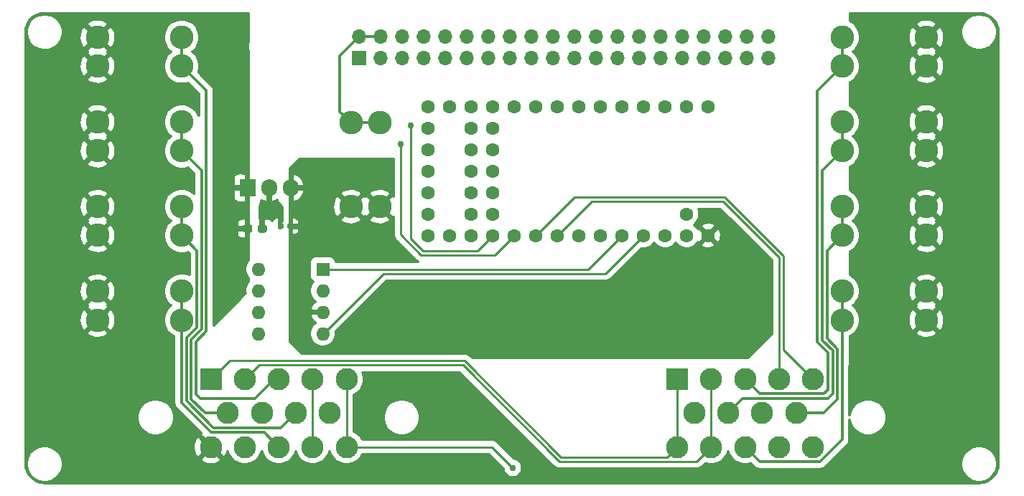
<source format=gtl>
%TF.GenerationSoftware,KiCad,Pcbnew,(5.1.9)-1*%
%TF.CreationDate,2022-01-23T20:12:44-08:00*%
%TF.ProjectId,MAIN_daq,4d41494e-5f64-4617-912e-6b696361645f,rev?*%
%TF.SameCoordinates,Original*%
%TF.FileFunction,Copper,L1,Top*%
%TF.FilePolarity,Positive*%
%FSLAX46Y46*%
G04 Gerber Fmt 4.6, Leading zero omitted, Abs format (unit mm)*
G04 Created by KiCad (PCBNEW (5.1.9)-1) date 2022-01-23 20:12:44*
%MOMM*%
%LPD*%
G01*
G04 APERTURE LIST*
%TA.AperFunction,ComponentPad*%
%ADD10C,2.625000*%
%TD*%
%TA.AperFunction,ComponentPad*%
%ADD11R,2.625000X2.625000*%
%TD*%
%TA.AperFunction,ComponentPad*%
%ADD12C,2.780000*%
%TD*%
%TA.AperFunction,ComponentPad*%
%ADD13O,1.700000X1.700000*%
%TD*%
%TA.AperFunction,ComponentPad*%
%ADD14R,1.700000X1.700000*%
%TD*%
%TA.AperFunction,ComponentPad*%
%ADD15C,1.600000*%
%TD*%
%TA.AperFunction,ComponentPad*%
%ADD16R,1.600000X1.600000*%
%TD*%
%TA.AperFunction,ComponentPad*%
%ADD17O,1.600000X1.600000*%
%TD*%
%TA.AperFunction,ComponentPad*%
%ADD18O,1.905000X2.000000*%
%TD*%
%TA.AperFunction,ComponentPad*%
%ADD19R,1.905000X2.000000*%
%TD*%
%TA.AperFunction,ViaPad*%
%ADD20C,0.762000*%
%TD*%
%TA.AperFunction,Conductor*%
%ADD21C,0.300000*%
%TD*%
%TA.AperFunction,Conductor*%
%ADD22C,0.254000*%
%TD*%
%TA.AperFunction,Conductor*%
%ADD23C,0.100000*%
%TD*%
G04 APERTURE END LIST*
D10*
%TO.P,J2,14*%
%TO.N,SDA0*%
X163000000Y-129000000D03*
%TO.P,J2,13*%
%TO.N,SCL0*%
X159000000Y-129000000D03*
%TO.P,J2,12*%
%TO.N,Net-(F8-Pad1)*%
X155000000Y-129000000D03*
%TO.P,J2,11*%
%TO.N,CAN_Low*%
X151000000Y-129000000D03*
%TO.P,J2,10*%
%TO.N,CAN_High*%
X147000000Y-129000000D03*
%TO.P,J2,9*%
%TO.N,Net-(F7-Pad1)*%
X161000000Y-125000000D03*
%TO.P,J2,8*%
%TO.N,AIN4*%
X157000000Y-125000000D03*
%TO.P,J2,7*%
%TO.N,Net-(F6-Pad1)*%
X153000000Y-125000000D03*
%TO.P,J2,6*%
%TO.N,AIN3*%
X149000000Y-125000000D03*
%TO.P,J2,5*%
%TO.N,SDA0*%
X163000000Y-121000000D03*
%TO.P,J2,4*%
%TO.N,SCL0*%
X159000000Y-121000000D03*
%TO.P,J2,3*%
%TO.N,Net-(F5-Pad1)*%
X155000000Y-121000000D03*
%TO.P,J2,2*%
%TO.N,CAN_Low*%
X151000000Y-121000000D03*
D11*
%TO.P,J2,1*%
%TO.N,CAN_High*%
X147000000Y-121000000D03*
%TD*%
D10*
%TO.P,J1,14*%
%TO.N,SDA0*%
X108000000Y-129000000D03*
%TO.P,J1,13*%
%TO.N,SCL0*%
X104000000Y-129000000D03*
%TO.P,J1,12*%
%TO.N,Net-(F4-Pad1)*%
X100000000Y-129000000D03*
%TO.P,J1,11*%
%TO.N,GND*%
X96000000Y-129000000D03*
%TO.P,J1,10*%
%TO.N,12V_SUPPLY*%
X92000000Y-129000000D03*
%TO.P,J1,9*%
%TO.N,AIN2*%
X106000000Y-125000000D03*
%TO.P,J1,8*%
%TO.N,Net-(F3-Pad1)*%
X102000000Y-125000000D03*
%TO.P,J1,7*%
%TO.N,AIN1*%
X98000000Y-125000000D03*
%TO.P,J1,6*%
%TO.N,Net-(F2-Pad1)*%
X94000000Y-125000000D03*
%TO.P,J1,5*%
%TO.N,SDA0*%
X108000000Y-121000000D03*
%TO.P,J1,4*%
%TO.N,SCL0*%
X104000000Y-121000000D03*
%TO.P,J1,3*%
%TO.N,Net-(F1-Pad1)*%
X100000000Y-121000000D03*
%TO.P,J1,2*%
%TO.N,CAN_Low*%
X96000000Y-121000000D03*
D11*
%TO.P,J1,1*%
%TO.N,CAN_High*%
X92000000Y-121000000D03*
%TD*%
%TO.P,C1,1*%
%TO.N,12V_SUPPLY*%
%TA.AperFunction,SMDPad,CuDef*%
G36*
G01*
X95800000Y-103437500D02*
X95800000Y-102962500D01*
G75*
G02*
X96037500Y-102725000I237500J0D01*
G01*
X96637500Y-102725000D01*
G75*
G02*
X96875000Y-102962500I0J-237500D01*
G01*
X96875000Y-103437500D01*
G75*
G02*
X96637500Y-103675000I-237500J0D01*
G01*
X96037500Y-103675000D01*
G75*
G02*
X95800000Y-103437500I0J237500D01*
G01*
G37*
%TD.AperFunction*%
%TO.P,C1,2*%
%TO.N,GND*%
%TA.AperFunction,SMDPad,CuDef*%
G36*
G01*
X97525000Y-103437500D02*
X97525000Y-102962500D01*
G75*
G02*
X97762500Y-102725000I237500J0D01*
G01*
X98362500Y-102725000D01*
G75*
G02*
X98600000Y-102962500I0J-237500D01*
G01*
X98600000Y-103437500D01*
G75*
G02*
X98362500Y-103675000I-237500J0D01*
G01*
X97762500Y-103675000D01*
G75*
G02*
X97525000Y-103437500I0J237500D01*
G01*
G37*
%TD.AperFunction*%
%TD*%
%TO.P,C2,1*%
%TO.N,+5V*%
%TA.AperFunction,SMDPad,CuDef*%
G36*
G01*
X101735000Y-102775000D02*
X101735000Y-103085000D01*
G75*
G02*
X101580000Y-103240000I-155000J0D01*
G01*
X101155000Y-103240000D01*
G75*
G02*
X101000000Y-103085000I0J155000D01*
G01*
X101000000Y-102775000D01*
G75*
G02*
X101155000Y-102620000I155000J0D01*
G01*
X101580000Y-102620000D01*
G75*
G02*
X101735000Y-102775000I0J-155000D01*
G01*
G37*
%TD.AperFunction*%
%TO.P,C2,2*%
%TO.N,GND*%
%TA.AperFunction,SMDPad,CuDef*%
G36*
G01*
X100600000Y-102775000D02*
X100600000Y-103085000D01*
G75*
G02*
X100445000Y-103240000I-155000J0D01*
G01*
X100020000Y-103240000D01*
G75*
G02*
X99865000Y-103085000I0J155000D01*
G01*
X99865000Y-102775000D01*
G75*
G02*
X100020000Y-102620000I155000J0D01*
G01*
X100445000Y-102620000D01*
G75*
G02*
X100600000Y-102775000I0J-155000D01*
G01*
G37*
%TD.AperFunction*%
%TD*%
D12*
%TO.P,F1,1*%
%TO.N,Net-(F1-Pad1)*%
X88560000Y-84000000D03*
X88560000Y-80600000D03*
%TO.P,F1,2*%
%TO.N,12V_SUPPLY*%
X78640000Y-84000000D03*
X78640000Y-80600000D03*
%TD*%
%TO.P,F2,2*%
%TO.N,12V_SUPPLY*%
X78640000Y-90600000D03*
X78640000Y-94000000D03*
%TO.P,F2,1*%
%TO.N,Net-(F2-Pad1)*%
X88560000Y-90600000D03*
X88560000Y-94000000D03*
%TD*%
%TO.P,F3,1*%
%TO.N,Net-(F3-Pad1)*%
X88560000Y-104000000D03*
X88560000Y-100600000D03*
%TO.P,F3,2*%
%TO.N,12V_SUPPLY*%
X78640000Y-104000000D03*
X78640000Y-100600000D03*
%TD*%
%TO.P,F4,2*%
%TO.N,12V_SUPPLY*%
X78640000Y-110600000D03*
X78640000Y-114000000D03*
%TO.P,F4,1*%
%TO.N,Net-(F4-Pad1)*%
X88560000Y-110600000D03*
X88560000Y-114000000D03*
%TD*%
%TO.P,F5,1*%
%TO.N,Net-(F5-Pad1)*%
X166440000Y-80600000D03*
X166440000Y-84000000D03*
%TO.P,F5,2*%
%TO.N,12V_SUPPLY*%
X176360000Y-80600000D03*
X176360000Y-84000000D03*
%TD*%
%TO.P,F6,2*%
%TO.N,12V_SUPPLY*%
X176360000Y-94000000D03*
X176360000Y-90600000D03*
%TO.P,F6,1*%
%TO.N,Net-(F6-Pad1)*%
X166440000Y-94000000D03*
X166440000Y-90600000D03*
%TD*%
%TO.P,F7,1*%
%TO.N,Net-(F7-Pad1)*%
X166440000Y-100600000D03*
X166440000Y-104000000D03*
%TO.P,F7,2*%
%TO.N,12V_SUPPLY*%
X176360000Y-100600000D03*
X176360000Y-104000000D03*
%TD*%
%TO.P,F8,2*%
%TO.N,12V_SUPPLY*%
X176360000Y-114000000D03*
X176360000Y-110600000D03*
%TO.P,F8,1*%
%TO.N,Net-(F8-Pad1)*%
X166440000Y-114000000D03*
X166440000Y-110600000D03*
%TD*%
%TO.P,F9,2*%
%TO.N,Net-(F9-Pad2)*%
X111907500Y-90680000D03*
X108507500Y-90680000D03*
%TO.P,F9,1*%
%TO.N,+5V*%
X111907500Y-100600000D03*
X108507500Y-100600000D03*
%TD*%
D13*
%TO.P,J3,40*%
%TO.N,Net-(J3-Pad40)*%
X157770000Y-80490000D03*
%TO.P,J3,39*%
%TO.N,GND*%
X157770000Y-83030000D03*
%TO.P,J3,38*%
%TO.N,Net-(J3-Pad38)*%
X155230000Y-80490000D03*
%TO.P,J3,37*%
%TO.N,Net-(J3-Pad37)*%
X155230000Y-83030000D03*
%TO.P,J3,36*%
%TO.N,Net-(J3-Pad36)*%
X152690000Y-80490000D03*
%TO.P,J3,35*%
%TO.N,Net-(J3-Pad35)*%
X152690000Y-83030000D03*
%TO.P,J3,34*%
%TO.N,GND*%
X150150000Y-80490000D03*
%TO.P,J3,33*%
%TO.N,Net-(J3-Pad33)*%
X150150000Y-83030000D03*
%TO.P,J3,32*%
%TO.N,Net-(J3-Pad32)*%
X147610000Y-80490000D03*
%TO.P,J3,31*%
%TO.N,Net-(J3-Pad31)*%
X147610000Y-83030000D03*
%TO.P,J3,30*%
%TO.N,GND*%
X145070000Y-80490000D03*
%TO.P,J3,29*%
%TO.N,Net-(J3-Pad29)*%
X145070000Y-83030000D03*
%TO.P,J3,28*%
%TO.N,Net-(J3-Pad28)*%
X142530000Y-80490000D03*
%TO.P,J3,27*%
%TO.N,Net-(J3-Pad27)*%
X142530000Y-83030000D03*
%TO.P,J3,26*%
%TO.N,Net-(J3-Pad26)*%
X139990000Y-80490000D03*
%TO.P,J3,25*%
%TO.N,GND*%
X139990000Y-83030000D03*
%TO.P,J3,24*%
%TO.N,Net-(J3-Pad24)*%
X137450000Y-80490000D03*
%TO.P,J3,23*%
%TO.N,Net-(J3-Pad23)*%
X137450000Y-83030000D03*
%TO.P,J3,22*%
%TO.N,Net-(J3-Pad22)*%
X134910000Y-80490000D03*
%TO.P,J3,21*%
%TO.N,Net-(J3-Pad21)*%
X134910000Y-83030000D03*
%TO.P,J3,20*%
%TO.N,GND*%
X132370000Y-80490000D03*
%TO.P,J3,19*%
%TO.N,Net-(J3-Pad19)*%
X132370000Y-83030000D03*
%TO.P,J3,18*%
%TO.N,Net-(J3-Pad18)*%
X129830000Y-80490000D03*
%TO.P,J3,17*%
%TO.N,Net-(J3-Pad17)*%
X129830000Y-83030000D03*
%TO.P,J3,16*%
%TO.N,Net-(J3-Pad16)*%
X127290000Y-80490000D03*
%TO.P,J3,15*%
%TO.N,Net-(J3-Pad15)*%
X127290000Y-83030000D03*
%TO.P,J3,14*%
%TO.N,GND*%
X124750000Y-80490000D03*
%TO.P,J3,13*%
%TO.N,Net-(J3-Pad13)*%
X124750000Y-83030000D03*
%TO.P,J3,12*%
%TO.N,Net-(J3-Pad12)*%
X122210000Y-80490000D03*
%TO.P,J3,11*%
%TO.N,Net-(J3-Pad11)*%
X122210000Y-83030000D03*
%TO.P,J3,10*%
%TO.N,Net-(J3-Pad10)*%
X119670000Y-80490000D03*
%TO.P,J3,9*%
%TO.N,GND*%
X119670000Y-83030000D03*
%TO.P,J3,8*%
%TO.N,Net-(J3-Pad8)*%
X117130000Y-80490000D03*
%TO.P,J3,7*%
%TO.N,Net-(J3-Pad7)*%
X117130000Y-83030000D03*
%TO.P,J3,6*%
%TO.N,GND*%
X114590000Y-80490000D03*
%TO.P,J3,5*%
%TO.N,SCL1*%
X114590000Y-83030000D03*
%TO.P,J3,4*%
%TO.N,Net-(F9-Pad2)*%
X112050000Y-80490000D03*
%TO.P,J3,3*%
%TO.N,SDA1*%
X112050000Y-83030000D03*
%TO.P,J3,2*%
%TO.N,Net-(F9-Pad2)*%
X109510000Y-80490000D03*
D14*
%TO.P,J3,1*%
%TO.N,Net-(J3-Pad1)*%
X109510000Y-83030000D03*
%TD*%
D15*
%TO.P,U1,17*%
%TO.N,GND*%
X117615000Y-96400000D03*
%TO.P,U1,18*%
%TO.N,Net-(U1-Pad18)*%
X117615000Y-98940000D03*
%TO.P,U1,19*%
%TO.N,Net-(U1-Pad19)*%
X117615000Y-101480000D03*
%TO.P,U1,20*%
%TO.N,Net-(U1-Pad20)*%
X117615000Y-104020000D03*
%TO.P,U1,16*%
%TO.N,Net-(U1-Pad16)*%
X117615000Y-93860000D03*
%TO.P,U1,15*%
%TO.N,Net-(U1-Pad15)*%
X117615000Y-91320000D03*
%TO.P,U1,14*%
%TO.N,Net-(U1-Pad14)*%
X117615000Y-88780000D03*
%TO.P,U1,21*%
%TO.N,AIN1_Teensy*%
X120155000Y-104020000D03*
%TO.P,U1,22*%
%TO.N,AIN2_Teensy*%
X122695000Y-104020000D03*
%TO.P,U1,23*%
%TO.N,SCL1*%
X125235000Y-104020000D03*
%TO.P,U1,24*%
%TO.N,SDA1*%
X127775000Y-104020000D03*
%TO.P,U1,25*%
%TO.N,SDA0*%
X130315000Y-104020000D03*
%TO.P,U1,26*%
%TO.N,SCL0*%
X132855000Y-104020000D03*
%TO.P,U1,27*%
%TO.N,AIN3_Teensy*%
X135395000Y-104020000D03*
%TO.P,U1,28*%
%TO.N,AIN4_Teensy*%
X137935000Y-104020000D03*
%TO.P,U1,29*%
%TO.N,CAN_TX*%
X140475000Y-104020000D03*
%TO.P,U1,30*%
%TO.N,CAN_RX*%
X143015000Y-104020000D03*
%TO.P,U1,31*%
%TO.N,Net-(U1-Pad31)*%
X145555000Y-104020000D03*
%TO.P,U1,32*%
%TO.N,GND*%
X148095000Y-104020000D03*
%TO.P,U1,33*%
%TO.N,+5V*%
X150635000Y-104020000D03*
%TO.P,U1,34*%
%TO.N,Net-(U1-Pad34)*%
X148095000Y-101480000D03*
%TO.P,U1,13*%
%TO.N,Net-(U1-Pad13)*%
X120155000Y-88780000D03*
%TO.P,U1,12*%
%TO.N,Net-(U1-Pad12)*%
X122695000Y-88780000D03*
%TO.P,U1,11*%
%TO.N,Net-(U1-Pad11)*%
X125235000Y-88780000D03*
%TO.P,U1,10*%
%TO.N,Net-(U1-Pad10)*%
X127775000Y-88780000D03*
%TO.P,U1,9*%
%TO.N,Net-(U1-Pad9)*%
X130315000Y-88780000D03*
%TO.P,U1,8*%
%TO.N,Net-(U1-Pad8)*%
X132855000Y-88780000D03*
%TO.P,U1,7*%
%TO.N,Net-(U1-Pad7)*%
X135395000Y-88780000D03*
%TO.P,U1,6*%
%TO.N,Net-(U1-Pad6)*%
X137935000Y-88780000D03*
%TO.P,U1,5*%
%TO.N,Net-(U1-Pad5)*%
X140475000Y-88780000D03*
%TO.P,U1,4*%
%TO.N,Net-(U1-Pad4)*%
X143015000Y-88780000D03*
%TO.P,U1,3*%
%TO.N,Net-(U1-Pad3)*%
X145555000Y-88780000D03*
%TO.P,U1,2*%
%TO.N,Net-(U1-Pad2)*%
X148095000Y-88780000D03*
%TO.P,U1,1*%
%TO.N,GND*%
X150635000Y-88780000D03*
%TO.P,U1,35*%
%TO.N,Net-(U1-Pad35)*%
X122695000Y-101480000D03*
%TO.P,U1,36*%
%TO.N,Net-(U1-Pad36)*%
X125235000Y-101480000D03*
%TO.P,U1,37*%
%TO.N,Net-(U1-Pad37)*%
X122695000Y-98940000D03*
%TO.P,U1,38*%
%TO.N,Net-(U1-Pad38)*%
X125235000Y-98940000D03*
%TO.P,U1,39*%
%TO.N,Net-(U1-Pad39)*%
X122695000Y-96400000D03*
%TO.P,U1,40*%
%TO.N,Net-(U1-Pad40)*%
X125235000Y-96400000D03*
%TO.P,U1,41*%
%TO.N,Net-(U1-Pad41)*%
X122695000Y-93860000D03*
%TO.P,U1,42*%
%TO.N,Net-(U1-Pad42)*%
X125235000Y-93860000D03*
%TO.P,U1,43*%
%TO.N,Net-(U1-Pad43)*%
X122695000Y-91320000D03*
%TO.P,U1,44*%
%TO.N,Net-(U1-Pad44)*%
X125235000Y-91320000D03*
%TD*%
D16*
%TO.P,U3,1*%
%TO.N,CAN_TX*%
X105200000Y-108000000D03*
D17*
%TO.P,U3,5*%
%TO.N,Net-(U3-Pad5)*%
X97580000Y-115620000D03*
%TO.P,U3,2*%
%TO.N,GND*%
X105200000Y-110540000D03*
%TO.P,U3,6*%
%TO.N,CAN_Low*%
X97580000Y-113080000D03*
%TO.P,U3,3*%
%TO.N,+5V*%
X105200000Y-113080000D03*
%TO.P,U3,7*%
%TO.N,CAN_High*%
X97580000Y-110540000D03*
%TO.P,U3,4*%
%TO.N,CAN_RX*%
X105200000Y-115620000D03*
%TO.P,U3,8*%
%TO.N,GND*%
X97580000Y-108000000D03*
%TD*%
D18*
%TO.P,U2,3*%
%TO.N,+5V*%
X101410000Y-98390000D03*
%TO.P,U2,2*%
%TO.N,GND*%
X98870000Y-98390000D03*
D19*
%TO.P,U2,1*%
%TO.N,12V_SUPPLY*%
X96330000Y-98390000D03*
%TD*%
D20*
%TO.N,SDA0*%
X127600000Y-131455501D03*
%TO.N,SDA1*%
X114400000Y-93200000D03*
%TO.N,SCL1*%
X115599998Y-91000000D03*
%TD*%
D21*
%TO.N,+5V*%
X101410000Y-102887500D02*
X101367500Y-102930000D01*
%TO.N,Net-(F1-Pad1)*%
X91462021Y-86902021D02*
X88560000Y-84000000D01*
X91462021Y-115320077D02*
X91462021Y-86902021D01*
X90222030Y-116560068D02*
X91462021Y-115320077D01*
X90222030Y-122777970D02*
X90222030Y-116560068D01*
X90727559Y-123283499D02*
X90222030Y-122777970D01*
X97176079Y-123283499D02*
X90727559Y-123283499D01*
X99459578Y-121000000D02*
X97176079Y-123283499D01*
X100000000Y-121000000D02*
X99459578Y-121000000D01*
X88560000Y-80600000D02*
X88560000Y-84000000D01*
%TO.N,12V_SUPPLY*%
X96337500Y-98467500D02*
X96330000Y-98460000D01*
X96330000Y-103192500D02*
X96337500Y-103200000D01*
%TO.N,Net-(F2-Pad1)*%
X90908011Y-96348011D02*
X88560000Y-94000000D01*
X90908011Y-115090599D02*
X90908011Y-96348011D01*
X89668020Y-116330590D02*
X90908011Y-115090599D01*
X88560000Y-90600000D02*
X88560000Y-94000000D01*
X89668020Y-123331980D02*
X89668020Y-116330590D01*
X91336040Y-125000000D02*
X89668020Y-123331980D01*
X94000000Y-125000000D02*
X91336040Y-125000000D01*
%TO.N,Net-(F3-Pad1)*%
X88560000Y-100600000D02*
X88560000Y-104000000D01*
X89114010Y-116101112D02*
X90354001Y-114861121D01*
X89114010Y-123561458D02*
X89114010Y-116101112D01*
X90354001Y-114861121D02*
X90354001Y-105794001D01*
X92282041Y-126729489D02*
X89114010Y-123561458D01*
X90354001Y-105794001D02*
X88560000Y-104000000D01*
X98270511Y-126729489D02*
X92282041Y-126729489D01*
X100283499Y-126716501D02*
X98283499Y-126716501D01*
X98283499Y-126716501D02*
X98270511Y-126729489D01*
X102000000Y-125000000D02*
X100283499Y-126716501D01*
%TO.N,Net-(F4-Pad1)*%
X88560000Y-110600000D02*
X88560000Y-114000000D01*
X88560000Y-123760000D02*
X88560000Y-114000000D01*
X88560000Y-123790936D02*
X88560000Y-123760000D01*
X92052562Y-127283498D02*
X88560000Y-123790936D01*
X98283499Y-127283499D02*
X92052562Y-127283498D01*
X100000000Y-129000000D02*
X98283499Y-127283499D01*
%TO.N,Net-(F5-Pad1)*%
X163500000Y-86940000D02*
X166440000Y-84000000D01*
X164777970Y-117844946D02*
X163500000Y-116566976D01*
X164777970Y-122222030D02*
X164777970Y-117844946D01*
X163500000Y-116566976D02*
X163500000Y-86940000D01*
X164283499Y-122716501D02*
X164777970Y-122222030D01*
X156716501Y-122716501D02*
X164283499Y-122716501D01*
X155000000Y-121000000D02*
X156716501Y-122716501D01*
X166440000Y-80600000D02*
X166440000Y-84000000D01*
%TO.N,Net-(F6-Pad1)*%
X164091989Y-96348011D02*
X166440000Y-94000000D01*
X164091989Y-116375477D02*
X164091989Y-96348011D01*
X165331980Y-117615468D02*
X164091989Y-116375477D01*
X154716501Y-123283499D02*
X164716501Y-123283499D01*
X153000000Y-125000000D02*
X154716501Y-123283499D01*
X165331980Y-122668020D02*
X165331980Y-117615468D01*
X164716501Y-123283499D02*
X165331980Y-122668020D01*
X166440000Y-90600000D02*
X166440000Y-94000000D01*
%TO.N,Net-(F7-Pad1)*%
X164645999Y-105794001D02*
X166440000Y-104000000D01*
X164645999Y-116145999D02*
X164645999Y-105794001D01*
X165885990Y-117385990D02*
X164645999Y-116145999D01*
X164271980Y-125000000D02*
X165885990Y-123385990D01*
X161000000Y-125000000D02*
X164271980Y-125000000D01*
X165885990Y-123385990D02*
X165885990Y-117385990D01*
X166440000Y-100600000D02*
X166440000Y-104000000D01*
%TO.N,Net-(F8-Pad1)*%
X166440000Y-128100422D02*
X166440000Y-114000000D01*
X163823921Y-130716501D02*
X166440000Y-128100422D01*
X155000000Y-129000000D02*
X156716501Y-130716501D01*
X156716501Y-130716501D02*
X163823921Y-130716501D01*
X166440000Y-110600000D02*
X166440000Y-114000000D01*
D22*
%TO.N,SDA0*%
X108000000Y-121000000D02*
X108000000Y-129000000D01*
X159508010Y-117508010D02*
X163000000Y-121000000D01*
X159508010Y-106389576D02*
X159508010Y-117508010D01*
X130315000Y-104020000D02*
X134843010Y-99491990D01*
X134843010Y-99491990D02*
X152610424Y-99491990D01*
X152659217Y-99540783D02*
X159508010Y-106389576D01*
X125144499Y-129000000D02*
X127600000Y-131455501D01*
X108000000Y-129000000D02*
X125144499Y-129000000D01*
%TO.N,SCL0*%
X104000000Y-121000000D02*
X104000000Y-129000000D01*
X132855000Y-104020000D02*
X136875000Y-100000000D01*
X136875000Y-100000000D02*
X152400000Y-100000000D01*
X159000000Y-106600000D02*
X159000000Y-121000000D01*
X152400000Y-100000000D02*
X159000000Y-106600000D01*
%TO.N,CAN_Low*%
X151000000Y-121000000D02*
X151000000Y-129000000D01*
X97693501Y-119306499D02*
X121706499Y-119306499D01*
X96000000Y-121000000D02*
X97693501Y-119306499D01*
X151000000Y-129000000D02*
X149306499Y-130693501D01*
X149306499Y-130693501D02*
X133093501Y-130693501D01*
X121706499Y-119306499D02*
X133093501Y-130693501D01*
%TO.N,CAN_High*%
X147000000Y-121000000D02*
X147000000Y-129000000D01*
X92000000Y-121000000D02*
X94201511Y-118798489D01*
X94201511Y-118798489D02*
X121916924Y-118798490D01*
X147000000Y-129000000D02*
X145814509Y-130185491D01*
X145814509Y-130185491D02*
X133303925Y-130185491D01*
X121916924Y-118798490D02*
X133303925Y-130185491D01*
%TO.N,SDA1*%
X125486990Y-106308010D02*
X116789575Y-106308009D01*
X127775000Y-104020000D02*
X125486990Y-106308010D01*
X116789575Y-106308009D02*
X114400000Y-103918434D01*
X114400000Y-103918434D02*
X114400000Y-93200000D01*
%TO.N,SCL1*%
X125235000Y-104020000D02*
X123455000Y-105799999D01*
X123455000Y-105799999D02*
X117000001Y-105799999D01*
X117000001Y-105799999D02*
X115599998Y-104399996D01*
X115599998Y-104399996D02*
X115599998Y-91000000D01*
%TO.N,CAN_TX*%
X136495000Y-108000000D02*
X105200000Y-108000000D01*
X140475000Y-104020000D02*
X136495000Y-108000000D01*
%TO.N,CAN_RX*%
X143015000Y-104020000D02*
X138526990Y-108508010D01*
X112311990Y-108508010D02*
X105200000Y-115620000D01*
X138526990Y-108508010D02*
X112311990Y-108508010D01*
D21*
%TO.N,Net-(F9-Pad2)*%
X108507500Y-90680000D02*
X107200000Y-89372500D01*
X107200000Y-82800000D02*
X109510000Y-80490000D01*
X107200000Y-89372500D02*
X107200000Y-82800000D01*
X109510000Y-80490000D02*
X112050000Y-80490000D01*
X111907500Y-90680000D02*
X108507500Y-90680000D01*
%TD*%
%TO.N,GND*%
X99020000Y-98240000D02*
X99040000Y-98240000D01*
X99040000Y-98540000D01*
X99020000Y-98540000D01*
X99020000Y-99945056D01*
X99283447Y-100089035D01*
X99487792Y-100022424D01*
X99785125Y-99871445D01*
X99850000Y-99820447D01*
X99850000Y-100000000D01*
X99852882Y-100029264D01*
X99861418Y-100057403D01*
X99875280Y-100083336D01*
X99893934Y-100106066D01*
X100450000Y-100662132D01*
X100450000Y-101990000D01*
X100382500Y-102057500D01*
X100382500Y-102302004D01*
X100315537Y-102427283D01*
X100263831Y-102597735D01*
X100246372Y-102775000D01*
X100246372Y-103085000D01*
X100247849Y-103100000D01*
X100082500Y-103100000D01*
X100082500Y-103080000D01*
X100062500Y-103080000D01*
X100062500Y-102780000D01*
X100082500Y-102780000D01*
X100082500Y-102057500D01*
X99895000Y-101870000D01*
X99878954Y-101866500D01*
X99731685Y-101878256D01*
X99589540Y-101918517D01*
X99457980Y-101985736D01*
X99342062Y-102077328D01*
X99246240Y-102189776D01*
X99199565Y-102273340D01*
X99132896Y-102192104D01*
X99018694Y-102098380D01*
X98888401Y-102028738D01*
X98747026Y-101985852D01*
X98600000Y-101971371D01*
X98400000Y-101975000D01*
X98212500Y-102162500D01*
X98212500Y-103050000D01*
X98232500Y-103050000D01*
X98232500Y-103350000D01*
X98212500Y-103350000D01*
X98212500Y-103370000D01*
X97912500Y-103370000D01*
X97912500Y-103350000D01*
X97892500Y-103350000D01*
X97892500Y-103050000D01*
X97912500Y-103050000D01*
X97912500Y-102162500D01*
X97750000Y-102000000D01*
X97750000Y-100624340D01*
X97942302Y-100047434D01*
X97948822Y-100018761D01*
X97950000Y-100000000D01*
X97950000Y-99867613D01*
X97954875Y-99871445D01*
X98252208Y-100022424D01*
X98456553Y-100089035D01*
X98720000Y-99945056D01*
X98720000Y-98540000D01*
X98700000Y-98540000D01*
X98700000Y-98240000D01*
X98720000Y-98240000D01*
X98720000Y-98220000D01*
X99020000Y-98220000D01*
X99020000Y-98240000D01*
%TA.AperFunction,Conductor*%
D23*
G36*
X99020000Y-98240000D02*
G01*
X99040000Y-98240000D01*
X99040000Y-98540000D01*
X99020000Y-98540000D01*
X99020000Y-99945056D01*
X99283447Y-100089035D01*
X99487792Y-100022424D01*
X99785125Y-99871445D01*
X99850000Y-99820447D01*
X99850000Y-100000000D01*
X99852882Y-100029264D01*
X99861418Y-100057403D01*
X99875280Y-100083336D01*
X99893934Y-100106066D01*
X100450000Y-100662132D01*
X100450000Y-101990000D01*
X100382500Y-102057500D01*
X100382500Y-102302004D01*
X100315537Y-102427283D01*
X100263831Y-102597735D01*
X100246372Y-102775000D01*
X100246372Y-103085000D01*
X100247849Y-103100000D01*
X100082500Y-103100000D01*
X100082500Y-103080000D01*
X100062500Y-103080000D01*
X100062500Y-102780000D01*
X100082500Y-102780000D01*
X100082500Y-102057500D01*
X99895000Y-101870000D01*
X99878954Y-101866500D01*
X99731685Y-101878256D01*
X99589540Y-101918517D01*
X99457980Y-101985736D01*
X99342062Y-102077328D01*
X99246240Y-102189776D01*
X99199565Y-102273340D01*
X99132896Y-102192104D01*
X99018694Y-102098380D01*
X98888401Y-102028738D01*
X98747026Y-101985852D01*
X98600000Y-101971371D01*
X98400000Y-101975000D01*
X98212500Y-102162500D01*
X98212500Y-103050000D01*
X98232500Y-103050000D01*
X98232500Y-103350000D01*
X98212500Y-103350000D01*
X98212500Y-103370000D01*
X97912500Y-103370000D01*
X97912500Y-103350000D01*
X97892500Y-103350000D01*
X97892500Y-103050000D01*
X97912500Y-103050000D01*
X97912500Y-102162500D01*
X97750000Y-102000000D01*
X97750000Y-100624340D01*
X97942302Y-100047434D01*
X97948822Y-100018761D01*
X97950000Y-100000000D01*
X97950000Y-99867613D01*
X97954875Y-99871445D01*
X98252208Y-100022424D01*
X98456553Y-100089035D01*
X98720000Y-99945056D01*
X98720000Y-98540000D01*
X98700000Y-98540000D01*
X98700000Y-98240000D01*
X98720000Y-98240000D01*
X98720000Y-98220000D01*
X99020000Y-98220000D01*
X99020000Y-98240000D01*
G37*
%TD.AperFunction*%
%TD*%
D21*
%TO.N,+5V*%
X113523000Y-99374219D02*
X113397455Y-99322177D01*
X112119632Y-100600000D01*
X113397455Y-101877823D01*
X113523000Y-101825781D01*
X113523000Y-103875354D01*
X113518757Y-103918434D01*
X113535690Y-104090356D01*
X113560658Y-104172662D01*
X113585838Y-104255670D01*
X113667273Y-104408025D01*
X113776867Y-104541567D01*
X113810332Y-104569031D01*
X116138983Y-106897682D01*
X116166442Y-106931141D01*
X116199901Y-106958600D01*
X116199903Y-106958602D01*
X116299982Y-107040735D01*
X116452337Y-107122170D01*
X116455073Y-107123000D01*
X106746044Y-107123000D01*
X106739147Y-107052974D01*
X106696261Y-106911599D01*
X106626619Y-106781307D01*
X106532895Y-106667105D01*
X106418693Y-106573381D01*
X106288401Y-106503739D01*
X106147026Y-106460853D01*
X106000000Y-106446372D01*
X104400000Y-106446372D01*
X104252974Y-106460853D01*
X104111599Y-106503739D01*
X103981307Y-106573381D01*
X103867105Y-106667105D01*
X103773381Y-106781307D01*
X103703739Y-106911599D01*
X103660853Y-107052974D01*
X103646372Y-107200000D01*
X103646372Y-108800000D01*
X103660853Y-108947026D01*
X103703739Y-109088401D01*
X103773381Y-109218693D01*
X103867105Y-109332895D01*
X103981307Y-109426619D01*
X104072569Y-109475399D01*
X103996036Y-109551932D01*
X103826408Y-109805800D01*
X103709565Y-110087882D01*
X103650000Y-110387338D01*
X103650000Y-110692662D01*
X103709565Y-110992118D01*
X103826408Y-111274200D01*
X103996036Y-111528068D01*
X104211932Y-111743964D01*
X104315176Y-111812949D01*
X104266031Y-111842981D01*
X104042647Y-112048958D01*
X103863739Y-112294558D01*
X103736183Y-112570342D01*
X103699734Y-112690511D01*
X103845782Y-112930000D01*
X105050000Y-112930000D01*
X105050000Y-112910000D01*
X105350000Y-112910000D01*
X105350000Y-112930000D01*
X105370000Y-112930000D01*
X105370000Y-113230000D01*
X105350000Y-113230000D01*
X105350000Y-113250000D01*
X105050000Y-113250000D01*
X105050000Y-113230000D01*
X103845782Y-113230000D01*
X103699734Y-113469489D01*
X103736183Y-113589658D01*
X103863739Y-113865442D01*
X104042647Y-114111042D01*
X104266031Y-114317019D01*
X104315176Y-114347051D01*
X104211932Y-114416036D01*
X103996036Y-114631932D01*
X103826408Y-114885800D01*
X103709565Y-115167882D01*
X103650000Y-115467338D01*
X103650000Y-115772662D01*
X103709565Y-116072118D01*
X103826408Y-116354200D01*
X103996036Y-116608068D01*
X104211932Y-116823964D01*
X104465800Y-116993592D01*
X104747882Y-117110435D01*
X105047338Y-117170000D01*
X105352662Y-117170000D01*
X105652118Y-117110435D01*
X105934200Y-116993592D01*
X106188068Y-116823964D01*
X106403964Y-116608068D01*
X106573592Y-116354200D01*
X106690435Y-116072118D01*
X106750000Y-115772662D01*
X106750000Y-115467338D01*
X106723940Y-115336325D01*
X112675255Y-109385010D01*
X138483911Y-109385010D01*
X138526990Y-109389253D01*
X138570069Y-109385010D01*
X138698912Y-109372320D01*
X138864227Y-109322172D01*
X139016582Y-109240737D01*
X139150123Y-109131143D01*
X139177587Y-109097678D01*
X142731325Y-105543940D01*
X142862338Y-105570000D01*
X143167662Y-105570000D01*
X143467118Y-105510435D01*
X143749200Y-105393592D01*
X144003068Y-105223964D01*
X144218964Y-105008068D01*
X144285000Y-104909237D01*
X144351036Y-105008068D01*
X144566932Y-105223964D01*
X144820800Y-105393592D01*
X145102882Y-105510435D01*
X145402338Y-105570000D01*
X145707662Y-105570000D01*
X146007118Y-105510435D01*
X146289200Y-105393592D01*
X146543068Y-105223964D01*
X146758964Y-105008068D01*
X146825000Y-104909237D01*
X146891036Y-105008068D01*
X147106932Y-105223964D01*
X147360800Y-105393592D01*
X147642882Y-105510435D01*
X147942338Y-105570000D01*
X148247662Y-105570000D01*
X148547118Y-105510435D01*
X148829200Y-105393592D01*
X149083068Y-105223964D01*
X149218053Y-105088979D01*
X149778153Y-105088979D01*
X149845132Y-105362355D01*
X150122190Y-105490657D01*
X150418955Y-105562443D01*
X150724022Y-105574953D01*
X151025667Y-105527708D01*
X151312299Y-105422522D01*
X151424868Y-105362355D01*
X151491847Y-105088979D01*
X150635000Y-104232132D01*
X149778153Y-105088979D01*
X149218053Y-105088979D01*
X149298964Y-105008068D01*
X149411877Y-104839081D01*
X149566021Y-104876847D01*
X150422868Y-104020000D01*
X150847132Y-104020000D01*
X151703979Y-104876847D01*
X151977355Y-104809868D01*
X152105657Y-104532810D01*
X152177443Y-104236045D01*
X152189953Y-103930978D01*
X152142708Y-103629333D01*
X152037522Y-103342701D01*
X151977355Y-103230132D01*
X151703979Y-103163153D01*
X150847132Y-104020000D01*
X150422868Y-104020000D01*
X149566021Y-103163153D01*
X149411877Y-103200919D01*
X149298964Y-103031932D01*
X149218053Y-102951021D01*
X149778153Y-102951021D01*
X150635000Y-103807868D01*
X151491847Y-102951021D01*
X151424868Y-102677645D01*
X151147810Y-102549343D01*
X150851045Y-102477557D01*
X150545978Y-102465047D01*
X150244333Y-102512292D01*
X149957701Y-102617478D01*
X149845132Y-102677645D01*
X149778153Y-102951021D01*
X149218053Y-102951021D01*
X149083068Y-102816036D01*
X148984237Y-102750000D01*
X149083068Y-102683964D01*
X149298964Y-102468068D01*
X149468592Y-102214200D01*
X149585435Y-101932118D01*
X149645000Y-101632662D01*
X149645000Y-101327338D01*
X149585435Y-101027882D01*
X149522937Y-100877000D01*
X152036735Y-100877000D01*
X158123000Y-106963265D01*
X158123001Y-115664867D01*
X155337868Y-118450000D01*
X122808699Y-118450000D01*
X122567516Y-118208817D01*
X122540057Y-118175358D01*
X122506598Y-118147899D01*
X122506595Y-118147896D01*
X122406516Y-118065764D01*
X122254160Y-117984328D01*
X122088846Y-117934180D01*
X121916924Y-117917247D01*
X121873834Y-117921491D01*
X102733622Y-117921490D01*
X101350000Y-116537868D01*
X101350000Y-103121836D01*
X101353628Y-103085000D01*
X101353628Y-103080000D01*
X101517500Y-103080000D01*
X101517500Y-103802500D01*
X101705000Y-103990000D01*
X101721046Y-103993500D01*
X101868315Y-103981744D01*
X102010460Y-103941483D01*
X102142020Y-103874264D01*
X102257938Y-103782672D01*
X102353760Y-103670224D01*
X102425803Y-103541243D01*
X102471299Y-103400686D01*
X102485000Y-103267500D01*
X102297500Y-103080000D01*
X101517500Y-103080000D01*
X101353628Y-103080000D01*
X101353628Y-102775000D01*
X101350000Y-102738164D01*
X101350000Y-102057500D01*
X101517500Y-102057500D01*
X101517500Y-102780000D01*
X102297500Y-102780000D01*
X102485000Y-102592500D01*
X102471299Y-102459314D01*
X102425803Y-102318757D01*
X102353760Y-102189776D01*
X102268699Y-102089955D01*
X107229677Y-102089955D01*
X107367984Y-102423604D01*
X107745647Y-102610872D01*
X108152587Y-102720864D01*
X108573166Y-102749353D01*
X108991223Y-102695243D01*
X109390690Y-102560614D01*
X109647016Y-102423604D01*
X109785323Y-102089955D01*
X110629677Y-102089955D01*
X110767984Y-102423604D01*
X111145647Y-102610872D01*
X111552587Y-102720864D01*
X111973166Y-102749353D01*
X112391223Y-102695243D01*
X112790690Y-102560614D01*
X113047016Y-102423604D01*
X113185323Y-102089955D01*
X111907500Y-100812132D01*
X110629677Y-102089955D01*
X109785323Y-102089955D01*
X108507500Y-100812132D01*
X107229677Y-102089955D01*
X102268699Y-102089955D01*
X102257938Y-102077328D01*
X102142020Y-101985736D01*
X102010460Y-101918517D01*
X101868315Y-101878256D01*
X101721046Y-101866500D01*
X101705000Y-101870000D01*
X101517500Y-102057500D01*
X101350000Y-102057500D01*
X101350000Y-100665666D01*
X106358147Y-100665666D01*
X106412257Y-101083723D01*
X106546886Y-101483190D01*
X106683896Y-101739516D01*
X107017545Y-101877823D01*
X108295368Y-100600000D01*
X108719632Y-100600000D01*
X109997455Y-101877823D01*
X110207500Y-101790753D01*
X110417545Y-101877823D01*
X111695368Y-100600000D01*
X110417545Y-99322177D01*
X110207500Y-99409247D01*
X109997455Y-99322177D01*
X108719632Y-100600000D01*
X108295368Y-100600000D01*
X107017545Y-99322177D01*
X106683896Y-99460484D01*
X106496628Y-99838147D01*
X106386636Y-100245087D01*
X106358147Y-100665666D01*
X101350000Y-100665666D01*
X101350000Y-98540000D01*
X101560000Y-98540000D01*
X101560000Y-99945056D01*
X101823447Y-100089035D01*
X102027792Y-100022424D01*
X102325125Y-99871445D01*
X102587290Y-99665360D01*
X102804212Y-99412089D01*
X102967555Y-99121365D01*
X102971250Y-99110045D01*
X107229677Y-99110045D01*
X108507500Y-100387868D01*
X109785323Y-99110045D01*
X110629677Y-99110045D01*
X111907500Y-100387868D01*
X113185323Y-99110045D01*
X113047016Y-98776396D01*
X112669353Y-98589128D01*
X112262413Y-98479136D01*
X111841834Y-98450647D01*
X111423777Y-98504757D01*
X111024310Y-98639386D01*
X110767984Y-98776396D01*
X110629677Y-99110045D01*
X109785323Y-99110045D01*
X109647016Y-98776396D01*
X109269353Y-98589128D01*
X108862413Y-98479136D01*
X108441834Y-98450647D01*
X108023777Y-98504757D01*
X107624310Y-98639386D01*
X107367984Y-98776396D01*
X107229677Y-99110045D01*
X102971250Y-99110045D01*
X103071042Y-98804361D01*
X102920482Y-98540000D01*
X101560000Y-98540000D01*
X101350000Y-98540000D01*
X101350000Y-96834944D01*
X101560000Y-96834944D01*
X101560000Y-98240000D01*
X102920482Y-98240000D01*
X103071042Y-97975639D01*
X102967555Y-97658635D01*
X102804212Y-97367911D01*
X102587290Y-97114640D01*
X102325125Y-96908555D01*
X102027792Y-96757576D01*
X101823447Y-96690965D01*
X101560000Y-96834944D01*
X101350000Y-96834944D01*
X101350000Y-96062132D01*
X102462132Y-94950000D01*
X113523001Y-94950000D01*
X113523000Y-99374219D01*
%TA.AperFunction,Conductor*%
D23*
G36*
X113523000Y-99374219D02*
G01*
X113397455Y-99322177D01*
X112119632Y-100600000D01*
X113397455Y-101877823D01*
X113523000Y-101825781D01*
X113523000Y-103875354D01*
X113518757Y-103918434D01*
X113535690Y-104090356D01*
X113560658Y-104172662D01*
X113585838Y-104255670D01*
X113667273Y-104408025D01*
X113776867Y-104541567D01*
X113810332Y-104569031D01*
X116138983Y-106897682D01*
X116166442Y-106931141D01*
X116199901Y-106958600D01*
X116199903Y-106958602D01*
X116299982Y-107040735D01*
X116452337Y-107122170D01*
X116455073Y-107123000D01*
X106746044Y-107123000D01*
X106739147Y-107052974D01*
X106696261Y-106911599D01*
X106626619Y-106781307D01*
X106532895Y-106667105D01*
X106418693Y-106573381D01*
X106288401Y-106503739D01*
X106147026Y-106460853D01*
X106000000Y-106446372D01*
X104400000Y-106446372D01*
X104252974Y-106460853D01*
X104111599Y-106503739D01*
X103981307Y-106573381D01*
X103867105Y-106667105D01*
X103773381Y-106781307D01*
X103703739Y-106911599D01*
X103660853Y-107052974D01*
X103646372Y-107200000D01*
X103646372Y-108800000D01*
X103660853Y-108947026D01*
X103703739Y-109088401D01*
X103773381Y-109218693D01*
X103867105Y-109332895D01*
X103981307Y-109426619D01*
X104072569Y-109475399D01*
X103996036Y-109551932D01*
X103826408Y-109805800D01*
X103709565Y-110087882D01*
X103650000Y-110387338D01*
X103650000Y-110692662D01*
X103709565Y-110992118D01*
X103826408Y-111274200D01*
X103996036Y-111528068D01*
X104211932Y-111743964D01*
X104315176Y-111812949D01*
X104266031Y-111842981D01*
X104042647Y-112048958D01*
X103863739Y-112294558D01*
X103736183Y-112570342D01*
X103699734Y-112690511D01*
X103845782Y-112930000D01*
X105050000Y-112930000D01*
X105050000Y-112910000D01*
X105350000Y-112910000D01*
X105350000Y-112930000D01*
X105370000Y-112930000D01*
X105370000Y-113230000D01*
X105350000Y-113230000D01*
X105350000Y-113250000D01*
X105050000Y-113250000D01*
X105050000Y-113230000D01*
X103845782Y-113230000D01*
X103699734Y-113469489D01*
X103736183Y-113589658D01*
X103863739Y-113865442D01*
X104042647Y-114111042D01*
X104266031Y-114317019D01*
X104315176Y-114347051D01*
X104211932Y-114416036D01*
X103996036Y-114631932D01*
X103826408Y-114885800D01*
X103709565Y-115167882D01*
X103650000Y-115467338D01*
X103650000Y-115772662D01*
X103709565Y-116072118D01*
X103826408Y-116354200D01*
X103996036Y-116608068D01*
X104211932Y-116823964D01*
X104465800Y-116993592D01*
X104747882Y-117110435D01*
X105047338Y-117170000D01*
X105352662Y-117170000D01*
X105652118Y-117110435D01*
X105934200Y-116993592D01*
X106188068Y-116823964D01*
X106403964Y-116608068D01*
X106573592Y-116354200D01*
X106690435Y-116072118D01*
X106750000Y-115772662D01*
X106750000Y-115467338D01*
X106723940Y-115336325D01*
X112675255Y-109385010D01*
X138483911Y-109385010D01*
X138526990Y-109389253D01*
X138570069Y-109385010D01*
X138698912Y-109372320D01*
X138864227Y-109322172D01*
X139016582Y-109240737D01*
X139150123Y-109131143D01*
X139177587Y-109097678D01*
X142731325Y-105543940D01*
X142862338Y-105570000D01*
X143167662Y-105570000D01*
X143467118Y-105510435D01*
X143749200Y-105393592D01*
X144003068Y-105223964D01*
X144218964Y-105008068D01*
X144285000Y-104909237D01*
X144351036Y-105008068D01*
X144566932Y-105223964D01*
X144820800Y-105393592D01*
X145102882Y-105510435D01*
X145402338Y-105570000D01*
X145707662Y-105570000D01*
X146007118Y-105510435D01*
X146289200Y-105393592D01*
X146543068Y-105223964D01*
X146758964Y-105008068D01*
X146825000Y-104909237D01*
X146891036Y-105008068D01*
X147106932Y-105223964D01*
X147360800Y-105393592D01*
X147642882Y-105510435D01*
X147942338Y-105570000D01*
X148247662Y-105570000D01*
X148547118Y-105510435D01*
X148829200Y-105393592D01*
X149083068Y-105223964D01*
X149218053Y-105088979D01*
X149778153Y-105088979D01*
X149845132Y-105362355D01*
X150122190Y-105490657D01*
X150418955Y-105562443D01*
X150724022Y-105574953D01*
X151025667Y-105527708D01*
X151312299Y-105422522D01*
X151424868Y-105362355D01*
X151491847Y-105088979D01*
X150635000Y-104232132D01*
X149778153Y-105088979D01*
X149218053Y-105088979D01*
X149298964Y-105008068D01*
X149411877Y-104839081D01*
X149566021Y-104876847D01*
X150422868Y-104020000D01*
X150847132Y-104020000D01*
X151703979Y-104876847D01*
X151977355Y-104809868D01*
X152105657Y-104532810D01*
X152177443Y-104236045D01*
X152189953Y-103930978D01*
X152142708Y-103629333D01*
X152037522Y-103342701D01*
X151977355Y-103230132D01*
X151703979Y-103163153D01*
X150847132Y-104020000D01*
X150422868Y-104020000D01*
X149566021Y-103163153D01*
X149411877Y-103200919D01*
X149298964Y-103031932D01*
X149218053Y-102951021D01*
X149778153Y-102951021D01*
X150635000Y-103807868D01*
X151491847Y-102951021D01*
X151424868Y-102677645D01*
X151147810Y-102549343D01*
X150851045Y-102477557D01*
X150545978Y-102465047D01*
X150244333Y-102512292D01*
X149957701Y-102617478D01*
X149845132Y-102677645D01*
X149778153Y-102951021D01*
X149218053Y-102951021D01*
X149083068Y-102816036D01*
X148984237Y-102750000D01*
X149083068Y-102683964D01*
X149298964Y-102468068D01*
X149468592Y-102214200D01*
X149585435Y-101932118D01*
X149645000Y-101632662D01*
X149645000Y-101327338D01*
X149585435Y-101027882D01*
X149522937Y-100877000D01*
X152036735Y-100877000D01*
X158123000Y-106963265D01*
X158123001Y-115664867D01*
X155337868Y-118450000D01*
X122808699Y-118450000D01*
X122567516Y-118208817D01*
X122540057Y-118175358D01*
X122506598Y-118147899D01*
X122506595Y-118147896D01*
X122406516Y-118065764D01*
X122254160Y-117984328D01*
X122088846Y-117934180D01*
X121916924Y-117917247D01*
X121873834Y-117921491D01*
X102733622Y-117921490D01*
X101350000Y-116537868D01*
X101350000Y-103121836D01*
X101353628Y-103085000D01*
X101353628Y-103080000D01*
X101517500Y-103080000D01*
X101517500Y-103802500D01*
X101705000Y-103990000D01*
X101721046Y-103993500D01*
X101868315Y-103981744D01*
X102010460Y-103941483D01*
X102142020Y-103874264D01*
X102257938Y-103782672D01*
X102353760Y-103670224D01*
X102425803Y-103541243D01*
X102471299Y-103400686D01*
X102485000Y-103267500D01*
X102297500Y-103080000D01*
X101517500Y-103080000D01*
X101353628Y-103080000D01*
X101353628Y-102775000D01*
X101350000Y-102738164D01*
X101350000Y-102057500D01*
X101517500Y-102057500D01*
X101517500Y-102780000D01*
X102297500Y-102780000D01*
X102485000Y-102592500D01*
X102471299Y-102459314D01*
X102425803Y-102318757D01*
X102353760Y-102189776D01*
X102268699Y-102089955D01*
X107229677Y-102089955D01*
X107367984Y-102423604D01*
X107745647Y-102610872D01*
X108152587Y-102720864D01*
X108573166Y-102749353D01*
X108991223Y-102695243D01*
X109390690Y-102560614D01*
X109647016Y-102423604D01*
X109785323Y-102089955D01*
X110629677Y-102089955D01*
X110767984Y-102423604D01*
X111145647Y-102610872D01*
X111552587Y-102720864D01*
X111973166Y-102749353D01*
X112391223Y-102695243D01*
X112790690Y-102560614D01*
X113047016Y-102423604D01*
X113185323Y-102089955D01*
X111907500Y-100812132D01*
X110629677Y-102089955D01*
X109785323Y-102089955D01*
X108507500Y-100812132D01*
X107229677Y-102089955D01*
X102268699Y-102089955D01*
X102257938Y-102077328D01*
X102142020Y-101985736D01*
X102010460Y-101918517D01*
X101868315Y-101878256D01*
X101721046Y-101866500D01*
X101705000Y-101870000D01*
X101517500Y-102057500D01*
X101350000Y-102057500D01*
X101350000Y-100665666D01*
X106358147Y-100665666D01*
X106412257Y-101083723D01*
X106546886Y-101483190D01*
X106683896Y-101739516D01*
X107017545Y-101877823D01*
X108295368Y-100600000D01*
X108719632Y-100600000D01*
X109997455Y-101877823D01*
X110207500Y-101790753D01*
X110417545Y-101877823D01*
X111695368Y-100600000D01*
X110417545Y-99322177D01*
X110207500Y-99409247D01*
X109997455Y-99322177D01*
X108719632Y-100600000D01*
X108295368Y-100600000D01*
X107017545Y-99322177D01*
X106683896Y-99460484D01*
X106496628Y-99838147D01*
X106386636Y-100245087D01*
X106358147Y-100665666D01*
X101350000Y-100665666D01*
X101350000Y-98540000D01*
X101560000Y-98540000D01*
X101560000Y-99945056D01*
X101823447Y-100089035D01*
X102027792Y-100022424D01*
X102325125Y-99871445D01*
X102587290Y-99665360D01*
X102804212Y-99412089D01*
X102967555Y-99121365D01*
X102971250Y-99110045D01*
X107229677Y-99110045D01*
X108507500Y-100387868D01*
X109785323Y-99110045D01*
X110629677Y-99110045D01*
X111907500Y-100387868D01*
X113185323Y-99110045D01*
X113047016Y-98776396D01*
X112669353Y-98589128D01*
X112262413Y-98479136D01*
X111841834Y-98450647D01*
X111423777Y-98504757D01*
X111024310Y-98639386D01*
X110767984Y-98776396D01*
X110629677Y-99110045D01*
X109785323Y-99110045D01*
X109647016Y-98776396D01*
X109269353Y-98589128D01*
X108862413Y-98479136D01*
X108441834Y-98450647D01*
X108023777Y-98504757D01*
X107624310Y-98639386D01*
X107367984Y-98776396D01*
X107229677Y-99110045D01*
X102971250Y-99110045D01*
X103071042Y-98804361D01*
X102920482Y-98540000D01*
X101560000Y-98540000D01*
X101350000Y-98540000D01*
X101350000Y-96834944D01*
X101560000Y-96834944D01*
X101560000Y-98240000D01*
X102920482Y-98240000D01*
X103071042Y-97975639D01*
X102967555Y-97658635D01*
X102804212Y-97367911D01*
X102587290Y-97114640D01*
X102325125Y-96908555D01*
X102027792Y-96757576D01*
X101823447Y-96690965D01*
X101560000Y-96834944D01*
X101350000Y-96834944D01*
X101350000Y-96062132D01*
X102462132Y-94950000D01*
X113523001Y-94950000D01*
X113523000Y-99374219D01*
G37*
%TD.AperFunction*%
%TD*%
D21*
%TO.N,12V_SUPPLY*%
X96450000Y-81081586D02*
X96370000Y-81483772D01*
X96370000Y-81976228D01*
X96450000Y-82378414D01*
X96450000Y-106937968D01*
X96376036Y-107011932D01*
X96206408Y-107265800D01*
X96089565Y-107547882D01*
X96030000Y-107847338D01*
X96030000Y-108152662D01*
X96089565Y-108452118D01*
X96206408Y-108734200D01*
X96376036Y-108988068D01*
X96450000Y-109062032D01*
X96450000Y-109477968D01*
X96376036Y-109551932D01*
X96206408Y-109805800D01*
X96089565Y-110087882D01*
X96030000Y-110387338D01*
X96030000Y-110692662D01*
X96058851Y-110837708D01*
X92362021Y-114608474D01*
X92362021Y-103675000D01*
X95046371Y-103675000D01*
X95060852Y-103822026D01*
X95103738Y-103963401D01*
X95173380Y-104093694D01*
X95267104Y-104207896D01*
X95381306Y-104301620D01*
X95511599Y-104371262D01*
X95652974Y-104414148D01*
X95800000Y-104428629D01*
X96000000Y-104425000D01*
X96187500Y-104237500D01*
X96187500Y-103350000D01*
X95237500Y-103350000D01*
X95050000Y-103537500D01*
X95046371Y-103675000D01*
X92362021Y-103675000D01*
X92362021Y-102725000D01*
X95046371Y-102725000D01*
X95050000Y-102862500D01*
X95237500Y-103050000D01*
X96187500Y-103050000D01*
X96187500Y-102162500D01*
X96000000Y-101975000D01*
X95800000Y-101971371D01*
X95652974Y-101985852D01*
X95511599Y-102028738D01*
X95381306Y-102098380D01*
X95267104Y-102192104D01*
X95173380Y-102306306D01*
X95103738Y-102436599D01*
X95060852Y-102577974D01*
X95046371Y-102725000D01*
X92362021Y-102725000D01*
X92362021Y-99390000D01*
X94623871Y-99390000D01*
X94638352Y-99537026D01*
X94681238Y-99678401D01*
X94750880Y-99808694D01*
X94844604Y-99922896D01*
X94958806Y-100016620D01*
X95089099Y-100086262D01*
X95230474Y-100129148D01*
X95377500Y-100143629D01*
X95992500Y-100140000D01*
X96180000Y-99952500D01*
X96180000Y-98540000D01*
X94815000Y-98540000D01*
X94627500Y-98727500D01*
X94623871Y-99390000D01*
X92362021Y-99390000D01*
X92362021Y-97390000D01*
X94623871Y-97390000D01*
X94627500Y-98052500D01*
X94815000Y-98240000D01*
X96180000Y-98240000D01*
X96180000Y-96827500D01*
X95992500Y-96640000D01*
X95377500Y-96636371D01*
X95230474Y-96650852D01*
X95089099Y-96693738D01*
X94958806Y-96763380D01*
X94844604Y-96857104D01*
X94750880Y-96971306D01*
X94681238Y-97101599D01*
X94638352Y-97242974D01*
X94623871Y-97390000D01*
X92362021Y-97390000D01*
X92362021Y-86946217D01*
X92366374Y-86902020D01*
X92362021Y-86857823D01*
X92362021Y-86857814D01*
X92348998Y-86725590D01*
X92297535Y-86555940D01*
X92213964Y-86399589D01*
X92101496Y-86262546D01*
X92067156Y-86234364D01*
X90570677Y-84737885D01*
X90617761Y-84624215D01*
X90700000Y-84210772D01*
X90700000Y-83789228D01*
X90617761Y-83375785D01*
X90456444Y-82986330D01*
X90222247Y-82635829D01*
X89924171Y-82337753D01*
X89867670Y-82300000D01*
X89924171Y-82262247D01*
X90222247Y-81964171D01*
X90456444Y-81613670D01*
X90617761Y-81224215D01*
X90700000Y-80810772D01*
X90700000Y-80389228D01*
X90617761Y-79975785D01*
X90456444Y-79586330D01*
X90222247Y-79235829D01*
X89924171Y-78937753D01*
X89573670Y-78703556D01*
X89184215Y-78542239D01*
X88770772Y-78460000D01*
X88349228Y-78460000D01*
X87935785Y-78542239D01*
X87546330Y-78703556D01*
X87195829Y-78937753D01*
X86897753Y-79235829D01*
X86663556Y-79586330D01*
X86502239Y-79975785D01*
X86420000Y-80389228D01*
X86420000Y-80810772D01*
X86502239Y-81224215D01*
X86663556Y-81613670D01*
X86897753Y-81964171D01*
X87195829Y-82262247D01*
X87252330Y-82300000D01*
X87195829Y-82337753D01*
X86897753Y-82635829D01*
X86663556Y-82986330D01*
X86502239Y-83375785D01*
X86420000Y-83789228D01*
X86420000Y-84210772D01*
X86502239Y-84624215D01*
X86663556Y-85013670D01*
X86897753Y-85364171D01*
X87195829Y-85662247D01*
X87546330Y-85896444D01*
X87935785Y-86057761D01*
X88349228Y-86140000D01*
X88770772Y-86140000D01*
X89184215Y-86057761D01*
X89297885Y-86010677D01*
X90562022Y-87274814D01*
X90562022Y-89841218D01*
X90456444Y-89586330D01*
X90222247Y-89235829D01*
X89924171Y-88937753D01*
X89573670Y-88703556D01*
X89184215Y-88542239D01*
X88770772Y-88460000D01*
X88349228Y-88460000D01*
X87935785Y-88542239D01*
X87546330Y-88703556D01*
X87195829Y-88937753D01*
X86897753Y-89235829D01*
X86663556Y-89586330D01*
X86502239Y-89975785D01*
X86420000Y-90389228D01*
X86420000Y-90810772D01*
X86502239Y-91224215D01*
X86663556Y-91613670D01*
X86897753Y-91964171D01*
X87195829Y-92262247D01*
X87252330Y-92300000D01*
X87195829Y-92337753D01*
X86897753Y-92635829D01*
X86663556Y-92986330D01*
X86502239Y-93375785D01*
X86420000Y-93789228D01*
X86420000Y-94210772D01*
X86502239Y-94624215D01*
X86663556Y-95013670D01*
X86897753Y-95364171D01*
X87195829Y-95662247D01*
X87546330Y-95896444D01*
X87935785Y-96057761D01*
X88349228Y-96140000D01*
X88770772Y-96140000D01*
X89184215Y-96057761D01*
X89297885Y-96010678D01*
X90008012Y-96720805D01*
X90008012Y-99021594D01*
X89924171Y-98937753D01*
X89573670Y-98703556D01*
X89184215Y-98542239D01*
X88770772Y-98460000D01*
X88349228Y-98460000D01*
X87935785Y-98542239D01*
X87546330Y-98703556D01*
X87195829Y-98937753D01*
X86897753Y-99235829D01*
X86663556Y-99586330D01*
X86502239Y-99975785D01*
X86420000Y-100389228D01*
X86420000Y-100810772D01*
X86502239Y-101224215D01*
X86663556Y-101613670D01*
X86897753Y-101964171D01*
X87195829Y-102262247D01*
X87252330Y-102300000D01*
X87195829Y-102337753D01*
X86897753Y-102635829D01*
X86663556Y-102986330D01*
X86502239Y-103375785D01*
X86420000Y-103789228D01*
X86420000Y-104210772D01*
X86502239Y-104624215D01*
X86663556Y-105013670D01*
X86897753Y-105364171D01*
X87195829Y-105662247D01*
X87546330Y-105896444D01*
X87935785Y-106057761D01*
X88349228Y-106140000D01*
X88770772Y-106140000D01*
X89184215Y-106057761D01*
X89297885Y-106010677D01*
X89454002Y-106166794D01*
X89454002Y-108653988D01*
X89184215Y-108542239D01*
X88770772Y-108460000D01*
X88349228Y-108460000D01*
X87935785Y-108542239D01*
X87546330Y-108703556D01*
X87195829Y-108937753D01*
X86897753Y-109235829D01*
X86663556Y-109586330D01*
X86502239Y-109975785D01*
X86420000Y-110389228D01*
X86420000Y-110810772D01*
X86502239Y-111224215D01*
X86663556Y-111613670D01*
X86897753Y-111964171D01*
X87195829Y-112262247D01*
X87252330Y-112300000D01*
X87195829Y-112337753D01*
X86897753Y-112635829D01*
X86663556Y-112986330D01*
X86502239Y-113375785D01*
X86420000Y-113789228D01*
X86420000Y-114210772D01*
X86502239Y-114624215D01*
X86663556Y-115013670D01*
X86897753Y-115364171D01*
X87195829Y-115662247D01*
X87546330Y-115896444D01*
X87660001Y-115943528D01*
X87660000Y-123715793D01*
X87660000Y-123746730D01*
X87655646Y-123790936D01*
X87668651Y-123922973D01*
X87673023Y-123967366D01*
X87724486Y-124137016D01*
X87808057Y-124293367D01*
X87920525Y-124430411D01*
X87954865Y-124458593D01*
X90858002Y-127361730D01*
X90777411Y-127565279D01*
X92000000Y-128787868D01*
X92014143Y-128773726D01*
X92226275Y-128985858D01*
X92212132Y-129000000D01*
X93434721Y-130222589D01*
X93760442Y-130093626D01*
X93939971Y-129729167D01*
X93998561Y-129510117D01*
X94016760Y-129601609D01*
X94172236Y-129976960D01*
X94397951Y-130314767D01*
X94685233Y-130602049D01*
X95023040Y-130827764D01*
X95398391Y-130983240D01*
X95796861Y-131062500D01*
X96203139Y-131062500D01*
X96601609Y-130983240D01*
X96976960Y-130827764D01*
X97314767Y-130602049D01*
X97602049Y-130314767D01*
X97827764Y-129976960D01*
X97983240Y-129601609D01*
X98000000Y-129517350D01*
X98016760Y-129601609D01*
X98172236Y-129976960D01*
X98397951Y-130314767D01*
X98685233Y-130602049D01*
X99023040Y-130827764D01*
X99398391Y-130983240D01*
X99796861Y-131062500D01*
X100203139Y-131062500D01*
X100601609Y-130983240D01*
X100976960Y-130827764D01*
X101314767Y-130602049D01*
X101602049Y-130314767D01*
X101827764Y-129976960D01*
X101983240Y-129601609D01*
X102000000Y-129517350D01*
X102016760Y-129601609D01*
X102172236Y-129976960D01*
X102397951Y-130314767D01*
X102685233Y-130602049D01*
X103023040Y-130827764D01*
X103398391Y-130983240D01*
X103796861Y-131062500D01*
X104203139Y-131062500D01*
X104601609Y-130983240D01*
X104976960Y-130827764D01*
X105314767Y-130602049D01*
X105602049Y-130314767D01*
X105827764Y-129976960D01*
X105983240Y-129601609D01*
X106000000Y-129517350D01*
X106016760Y-129601609D01*
X106172236Y-129976960D01*
X106397951Y-130314767D01*
X106685233Y-130602049D01*
X107023040Y-130827764D01*
X107398391Y-130983240D01*
X107796861Y-131062500D01*
X108203139Y-131062500D01*
X108601609Y-130983240D01*
X108976960Y-130827764D01*
X109314767Y-130602049D01*
X109602049Y-130314767D01*
X109827764Y-129976960D01*
X109869169Y-129877000D01*
X124781234Y-129877000D01*
X126469000Y-131564767D01*
X126469000Y-131566895D01*
X126512464Y-131785401D01*
X126597721Y-131991230D01*
X126721495Y-132176471D01*
X126879030Y-132334006D01*
X127064271Y-132457780D01*
X127270100Y-132543037D01*
X127488606Y-132586501D01*
X127711394Y-132586501D01*
X127929900Y-132543037D01*
X128135729Y-132457780D01*
X128320970Y-132334006D01*
X128478505Y-132176471D01*
X128602279Y-131991230D01*
X128687536Y-131785401D01*
X128731000Y-131566895D01*
X128731000Y-131344107D01*
X128687536Y-131125601D01*
X128602279Y-130919772D01*
X128478505Y-130734531D01*
X128320970Y-130576996D01*
X128135729Y-130453222D01*
X127929900Y-130367965D01*
X127711394Y-130324501D01*
X127709266Y-130324501D01*
X125795096Y-128410332D01*
X125767632Y-128376867D01*
X125634091Y-128267273D01*
X125481736Y-128185838D01*
X125316421Y-128135690D01*
X125187578Y-128123000D01*
X125144499Y-128118757D01*
X125101420Y-128123000D01*
X109869169Y-128123000D01*
X109827764Y-128023040D01*
X109602049Y-127685233D01*
X109314767Y-127397951D01*
X108976960Y-127172236D01*
X108877000Y-127130831D01*
X108877000Y-125285781D01*
X112325000Y-125285781D01*
X112325000Y-125714219D01*
X112408584Y-126134424D01*
X112572540Y-126530249D01*
X112810567Y-126886482D01*
X113113518Y-127189433D01*
X113469751Y-127427460D01*
X113865576Y-127591416D01*
X114285781Y-127675000D01*
X114714219Y-127675000D01*
X115134424Y-127591416D01*
X115530249Y-127427460D01*
X115886482Y-127189433D01*
X116189433Y-126886482D01*
X116427460Y-126530249D01*
X116591416Y-126134424D01*
X116675000Y-125714219D01*
X116675000Y-125285781D01*
X116591416Y-124865576D01*
X116427460Y-124469751D01*
X116189433Y-124113518D01*
X115886482Y-123810567D01*
X115530249Y-123572540D01*
X115134424Y-123408584D01*
X114714219Y-123325000D01*
X114285781Y-123325000D01*
X113865576Y-123408584D01*
X113469751Y-123572540D01*
X113113518Y-123810567D01*
X112810567Y-124113518D01*
X112572540Y-124469751D01*
X112408584Y-124865576D01*
X112325000Y-125285781D01*
X108877000Y-125285781D01*
X108877000Y-122869169D01*
X108976960Y-122827764D01*
X109314767Y-122602049D01*
X109602049Y-122314767D01*
X109827764Y-121976960D01*
X109983240Y-121601609D01*
X110062500Y-121203139D01*
X110062500Y-120796861D01*
X109983240Y-120398391D01*
X109894229Y-120183499D01*
X121343234Y-120183499D01*
X132442904Y-131283169D01*
X132470368Y-131316634D01*
X132603909Y-131426228D01*
X132701260Y-131478263D01*
X132756264Y-131507663D01*
X132921578Y-131557811D01*
X133093501Y-131574744D01*
X133136580Y-131570501D01*
X149263420Y-131570501D01*
X149306499Y-131574744D01*
X149349578Y-131570501D01*
X149478421Y-131557811D01*
X149643736Y-131507663D01*
X149796091Y-131426228D01*
X149929632Y-131316634D01*
X149957096Y-131283169D01*
X150298430Y-130941835D01*
X150398391Y-130983240D01*
X150796861Y-131062500D01*
X151203139Y-131062500D01*
X151601609Y-130983240D01*
X151976960Y-130827764D01*
X152314767Y-130602049D01*
X152602049Y-130314767D01*
X152827764Y-129976960D01*
X152983240Y-129601609D01*
X153000000Y-129517350D01*
X153016760Y-129601609D01*
X153172236Y-129976960D01*
X153397951Y-130314767D01*
X153685233Y-130602049D01*
X154023040Y-130827764D01*
X154398391Y-130983240D01*
X154796861Y-131062500D01*
X155203139Y-131062500D01*
X155601609Y-130983240D01*
X155678569Y-130951362D01*
X156048848Y-131321641D01*
X156077026Y-131355976D01*
X156111361Y-131384154D01*
X156111363Y-131384156D01*
X156194116Y-131452069D01*
X156214069Y-131468444D01*
X156370420Y-131552015D01*
X156540070Y-131603478D01*
X156599710Y-131609352D01*
X156716501Y-131620855D01*
X156760707Y-131616501D01*
X163779715Y-131616501D01*
X163823921Y-131620855D01*
X163868127Y-131616501D01*
X163868128Y-131616501D01*
X164000352Y-131603478D01*
X164170002Y-131552015D01*
X164326353Y-131468444D01*
X164463396Y-131355976D01*
X164491578Y-131321636D01*
X165024706Y-130788508D01*
X180452690Y-130788508D01*
X180452690Y-131211492D01*
X180535210Y-131626347D01*
X180697078Y-132017133D01*
X180932075Y-132368830D01*
X181231170Y-132667925D01*
X181582867Y-132902922D01*
X181973653Y-133064790D01*
X182388508Y-133147310D01*
X182811492Y-133147310D01*
X183226347Y-133064790D01*
X183617133Y-132902922D01*
X183968830Y-132667925D01*
X184267925Y-132368830D01*
X184502922Y-132017133D01*
X184664790Y-131626347D01*
X184747310Y-131211492D01*
X184747310Y-130788508D01*
X184664790Y-130373653D01*
X184502922Y-129982867D01*
X184267925Y-129631170D01*
X183968830Y-129332075D01*
X183617133Y-129097078D01*
X183226347Y-128935210D01*
X182811492Y-128852690D01*
X182388508Y-128852690D01*
X181973653Y-128935210D01*
X181582867Y-129097078D01*
X181231170Y-129332075D01*
X180932075Y-129631170D01*
X180697078Y-129982867D01*
X180535210Y-130373653D01*
X180452690Y-130788508D01*
X165024706Y-130788508D01*
X167045136Y-128768078D01*
X167079475Y-128739897D01*
X167191943Y-128602854D01*
X167275514Y-128446503D01*
X167326977Y-128276853D01*
X167340000Y-128144629D01*
X167340000Y-128144620D01*
X167344353Y-128100423D01*
X167340000Y-128056226D01*
X167340000Y-125789629D01*
X167408584Y-126134424D01*
X167572540Y-126530249D01*
X167810567Y-126886482D01*
X168113518Y-127189433D01*
X168469751Y-127427460D01*
X168865576Y-127591416D01*
X169285781Y-127675000D01*
X169714219Y-127675000D01*
X170134424Y-127591416D01*
X170530249Y-127427460D01*
X170886482Y-127189433D01*
X171189433Y-126886482D01*
X171427460Y-126530249D01*
X171591416Y-126134424D01*
X171675000Y-125714219D01*
X171675000Y-125285781D01*
X171591416Y-124865576D01*
X171427460Y-124469751D01*
X171189433Y-124113518D01*
X170886482Y-123810567D01*
X170530249Y-123572540D01*
X170134424Y-123408584D01*
X169714219Y-123325000D01*
X169285781Y-123325000D01*
X168865576Y-123408584D01*
X168469751Y-123572540D01*
X168113518Y-123810567D01*
X167810567Y-124113518D01*
X167572540Y-124469751D01*
X167408584Y-124865576D01*
X167340000Y-125210371D01*
X167340000Y-119452729D01*
X167347118Y-119429264D01*
X167350000Y-119400000D01*
X167350000Y-115939385D01*
X167453670Y-115896444D01*
X167804171Y-115662247D01*
X167976463Y-115489955D01*
X175082177Y-115489955D01*
X175220484Y-115823604D01*
X175598147Y-116010872D01*
X176005087Y-116120864D01*
X176425666Y-116149353D01*
X176843723Y-116095243D01*
X177243190Y-115960614D01*
X177499516Y-115823604D01*
X177637823Y-115489955D01*
X176360000Y-114212132D01*
X175082177Y-115489955D01*
X167976463Y-115489955D01*
X168102247Y-115364171D01*
X168336444Y-115013670D01*
X168497761Y-114624215D01*
X168580000Y-114210772D01*
X168580000Y-114065666D01*
X174210647Y-114065666D01*
X174264757Y-114483723D01*
X174399386Y-114883190D01*
X174536396Y-115139516D01*
X174870045Y-115277823D01*
X176147868Y-114000000D01*
X176572132Y-114000000D01*
X177849955Y-115277823D01*
X178183604Y-115139516D01*
X178370872Y-114761853D01*
X178480864Y-114354913D01*
X178509353Y-113934334D01*
X178455243Y-113516277D01*
X178320614Y-113116810D01*
X178183604Y-112860484D01*
X177849955Y-112722177D01*
X176572132Y-114000000D01*
X176147868Y-114000000D01*
X174870045Y-112722177D01*
X174536396Y-112860484D01*
X174349128Y-113238147D01*
X174239136Y-113645087D01*
X174210647Y-114065666D01*
X168580000Y-114065666D01*
X168580000Y-113789228D01*
X168497761Y-113375785D01*
X168336444Y-112986330D01*
X168102247Y-112635829D01*
X167804171Y-112337753D01*
X167747670Y-112300000D01*
X167804171Y-112262247D01*
X167976463Y-112089955D01*
X175082177Y-112089955D01*
X175169247Y-112300000D01*
X175082177Y-112510045D01*
X176360000Y-113787868D01*
X177637823Y-112510045D01*
X177550753Y-112300000D01*
X177637823Y-112089955D01*
X176360000Y-110812132D01*
X175082177Y-112089955D01*
X167976463Y-112089955D01*
X168102247Y-111964171D01*
X168336444Y-111613670D01*
X168497761Y-111224215D01*
X168580000Y-110810772D01*
X168580000Y-110665666D01*
X174210647Y-110665666D01*
X174264757Y-111083723D01*
X174399386Y-111483190D01*
X174536396Y-111739516D01*
X174870045Y-111877823D01*
X176147868Y-110600000D01*
X176572132Y-110600000D01*
X177849955Y-111877823D01*
X178183604Y-111739516D01*
X178370872Y-111361853D01*
X178480864Y-110954913D01*
X178509353Y-110534334D01*
X178455243Y-110116277D01*
X178320614Y-109716810D01*
X178183604Y-109460484D01*
X177849955Y-109322177D01*
X176572132Y-110600000D01*
X176147868Y-110600000D01*
X174870045Y-109322177D01*
X174536396Y-109460484D01*
X174349128Y-109838147D01*
X174239136Y-110245087D01*
X174210647Y-110665666D01*
X168580000Y-110665666D01*
X168580000Y-110389228D01*
X168497761Y-109975785D01*
X168336444Y-109586330D01*
X168102247Y-109235829D01*
X167976463Y-109110045D01*
X175082177Y-109110045D01*
X176360000Y-110387868D01*
X177637823Y-109110045D01*
X177499516Y-108776396D01*
X177121853Y-108589128D01*
X176714913Y-108479136D01*
X176294334Y-108450647D01*
X175876277Y-108504757D01*
X175476810Y-108639386D01*
X175220484Y-108776396D01*
X175082177Y-109110045D01*
X167976463Y-109110045D01*
X167804171Y-108937753D01*
X167453670Y-108703556D01*
X167350000Y-108660615D01*
X167350000Y-105939385D01*
X167453670Y-105896444D01*
X167804171Y-105662247D01*
X167976463Y-105489955D01*
X175082177Y-105489955D01*
X175220484Y-105823604D01*
X175598147Y-106010872D01*
X176005087Y-106120864D01*
X176425666Y-106149353D01*
X176843723Y-106095243D01*
X177243190Y-105960614D01*
X177499516Y-105823604D01*
X177637823Y-105489955D01*
X176360000Y-104212132D01*
X175082177Y-105489955D01*
X167976463Y-105489955D01*
X168102247Y-105364171D01*
X168336444Y-105013670D01*
X168497761Y-104624215D01*
X168580000Y-104210772D01*
X168580000Y-104065666D01*
X174210647Y-104065666D01*
X174264757Y-104483723D01*
X174399386Y-104883190D01*
X174536396Y-105139516D01*
X174870045Y-105277823D01*
X176147868Y-104000000D01*
X176572132Y-104000000D01*
X177849955Y-105277823D01*
X178183604Y-105139516D01*
X178370872Y-104761853D01*
X178480864Y-104354913D01*
X178509353Y-103934334D01*
X178455243Y-103516277D01*
X178320614Y-103116810D01*
X178183604Y-102860484D01*
X177849955Y-102722177D01*
X176572132Y-104000000D01*
X176147868Y-104000000D01*
X174870045Y-102722177D01*
X174536396Y-102860484D01*
X174349128Y-103238147D01*
X174239136Y-103645087D01*
X174210647Y-104065666D01*
X168580000Y-104065666D01*
X168580000Y-103789228D01*
X168497761Y-103375785D01*
X168336444Y-102986330D01*
X168102247Y-102635829D01*
X167804171Y-102337753D01*
X167747670Y-102300000D01*
X167804171Y-102262247D01*
X167976463Y-102089955D01*
X175082177Y-102089955D01*
X175169247Y-102300000D01*
X175082177Y-102510045D01*
X176360000Y-103787868D01*
X177637823Y-102510045D01*
X177550753Y-102300000D01*
X177637823Y-102089955D01*
X176360000Y-100812132D01*
X175082177Y-102089955D01*
X167976463Y-102089955D01*
X168102247Y-101964171D01*
X168336444Y-101613670D01*
X168497761Y-101224215D01*
X168580000Y-100810772D01*
X168580000Y-100665666D01*
X174210647Y-100665666D01*
X174264757Y-101083723D01*
X174399386Y-101483190D01*
X174536396Y-101739516D01*
X174870045Y-101877823D01*
X176147868Y-100600000D01*
X176572132Y-100600000D01*
X177849955Y-101877823D01*
X178183604Y-101739516D01*
X178370872Y-101361853D01*
X178480864Y-100954913D01*
X178509353Y-100534334D01*
X178455243Y-100116277D01*
X178320614Y-99716810D01*
X178183604Y-99460484D01*
X177849955Y-99322177D01*
X176572132Y-100600000D01*
X176147868Y-100600000D01*
X174870045Y-99322177D01*
X174536396Y-99460484D01*
X174349128Y-99838147D01*
X174239136Y-100245087D01*
X174210647Y-100665666D01*
X168580000Y-100665666D01*
X168580000Y-100389228D01*
X168497761Y-99975785D01*
X168336444Y-99586330D01*
X168102247Y-99235829D01*
X167976463Y-99110045D01*
X175082177Y-99110045D01*
X176360000Y-100387868D01*
X177637823Y-99110045D01*
X177499516Y-98776396D01*
X177121853Y-98589128D01*
X176714913Y-98479136D01*
X176294334Y-98450647D01*
X175876277Y-98504757D01*
X175476810Y-98639386D01*
X175220484Y-98776396D01*
X175082177Y-99110045D01*
X167976463Y-99110045D01*
X167804171Y-98937753D01*
X167453670Y-98703556D01*
X167350000Y-98660615D01*
X167350000Y-95939385D01*
X167453670Y-95896444D01*
X167804171Y-95662247D01*
X167976463Y-95489955D01*
X175082177Y-95489955D01*
X175220484Y-95823604D01*
X175598147Y-96010872D01*
X176005087Y-96120864D01*
X176425666Y-96149353D01*
X176843723Y-96095243D01*
X177243190Y-95960614D01*
X177499516Y-95823604D01*
X177637823Y-95489955D01*
X176360000Y-94212132D01*
X175082177Y-95489955D01*
X167976463Y-95489955D01*
X168102247Y-95364171D01*
X168336444Y-95013670D01*
X168497761Y-94624215D01*
X168580000Y-94210772D01*
X168580000Y-94065666D01*
X174210647Y-94065666D01*
X174264757Y-94483723D01*
X174399386Y-94883190D01*
X174536396Y-95139516D01*
X174870045Y-95277823D01*
X176147868Y-94000000D01*
X176572132Y-94000000D01*
X177849955Y-95277823D01*
X178183604Y-95139516D01*
X178370872Y-94761853D01*
X178480864Y-94354913D01*
X178509353Y-93934334D01*
X178455243Y-93516277D01*
X178320614Y-93116810D01*
X178183604Y-92860484D01*
X177849955Y-92722177D01*
X176572132Y-94000000D01*
X176147868Y-94000000D01*
X174870045Y-92722177D01*
X174536396Y-92860484D01*
X174349128Y-93238147D01*
X174239136Y-93645087D01*
X174210647Y-94065666D01*
X168580000Y-94065666D01*
X168580000Y-93789228D01*
X168497761Y-93375785D01*
X168336444Y-92986330D01*
X168102247Y-92635829D01*
X167804171Y-92337753D01*
X167747670Y-92300000D01*
X167804171Y-92262247D01*
X167976463Y-92089955D01*
X175082177Y-92089955D01*
X175169247Y-92300000D01*
X175082177Y-92510045D01*
X176360000Y-93787868D01*
X177637823Y-92510045D01*
X177550753Y-92300000D01*
X177637823Y-92089955D01*
X176360000Y-90812132D01*
X175082177Y-92089955D01*
X167976463Y-92089955D01*
X168102247Y-91964171D01*
X168336444Y-91613670D01*
X168497761Y-91224215D01*
X168580000Y-90810772D01*
X168580000Y-90665666D01*
X174210647Y-90665666D01*
X174264757Y-91083723D01*
X174399386Y-91483190D01*
X174536396Y-91739516D01*
X174870045Y-91877823D01*
X176147868Y-90600000D01*
X176572132Y-90600000D01*
X177849955Y-91877823D01*
X178183604Y-91739516D01*
X178370872Y-91361853D01*
X178480864Y-90954913D01*
X178509353Y-90534334D01*
X178455243Y-90116277D01*
X178320614Y-89716810D01*
X178183604Y-89460484D01*
X177849955Y-89322177D01*
X176572132Y-90600000D01*
X176147868Y-90600000D01*
X174870045Y-89322177D01*
X174536396Y-89460484D01*
X174349128Y-89838147D01*
X174239136Y-90245087D01*
X174210647Y-90665666D01*
X168580000Y-90665666D01*
X168580000Y-90389228D01*
X168497761Y-89975785D01*
X168336444Y-89586330D01*
X168102247Y-89235829D01*
X167976463Y-89110045D01*
X175082177Y-89110045D01*
X176360000Y-90387868D01*
X177637823Y-89110045D01*
X177499516Y-88776396D01*
X177121853Y-88589128D01*
X176714913Y-88479136D01*
X176294334Y-88450647D01*
X175876277Y-88504757D01*
X175476810Y-88639386D01*
X175220484Y-88776396D01*
X175082177Y-89110045D01*
X167976463Y-89110045D01*
X167804171Y-88937753D01*
X167453670Y-88703556D01*
X167350000Y-88660615D01*
X167350000Y-85939385D01*
X167453670Y-85896444D01*
X167804171Y-85662247D01*
X167976463Y-85489955D01*
X175082177Y-85489955D01*
X175220484Y-85823604D01*
X175598147Y-86010872D01*
X176005087Y-86120864D01*
X176425666Y-86149353D01*
X176843723Y-86095243D01*
X177243190Y-85960614D01*
X177499516Y-85823604D01*
X177637823Y-85489955D01*
X176360000Y-84212132D01*
X175082177Y-85489955D01*
X167976463Y-85489955D01*
X168102247Y-85364171D01*
X168336444Y-85013670D01*
X168497761Y-84624215D01*
X168580000Y-84210772D01*
X168580000Y-84065666D01*
X174210647Y-84065666D01*
X174264757Y-84483723D01*
X174399386Y-84883190D01*
X174536396Y-85139516D01*
X174870045Y-85277823D01*
X176147868Y-84000000D01*
X176572132Y-84000000D01*
X177849955Y-85277823D01*
X178183604Y-85139516D01*
X178370872Y-84761853D01*
X178480864Y-84354913D01*
X178509353Y-83934334D01*
X178455243Y-83516277D01*
X178320614Y-83116810D01*
X178183604Y-82860484D01*
X177849955Y-82722177D01*
X176572132Y-84000000D01*
X176147868Y-84000000D01*
X174870045Y-82722177D01*
X174536396Y-82860484D01*
X174349128Y-83238147D01*
X174239136Y-83645087D01*
X174210647Y-84065666D01*
X168580000Y-84065666D01*
X168580000Y-83789228D01*
X168497761Y-83375785D01*
X168336444Y-82986330D01*
X168102247Y-82635829D01*
X167804171Y-82337753D01*
X167747670Y-82300000D01*
X167804171Y-82262247D01*
X167976463Y-82089955D01*
X175082177Y-82089955D01*
X175169247Y-82300000D01*
X175082177Y-82510045D01*
X176360000Y-83787868D01*
X177637823Y-82510045D01*
X177550753Y-82300000D01*
X177637823Y-82089955D01*
X176360000Y-80812132D01*
X175082177Y-82089955D01*
X167976463Y-82089955D01*
X168102247Y-81964171D01*
X168336444Y-81613670D01*
X168497761Y-81224215D01*
X168580000Y-80810772D01*
X168580000Y-80665666D01*
X174210647Y-80665666D01*
X174264757Y-81083723D01*
X174399386Y-81483190D01*
X174536396Y-81739516D01*
X174870045Y-81877823D01*
X176147868Y-80600000D01*
X176572132Y-80600000D01*
X177849955Y-81877823D01*
X178183604Y-81739516D01*
X178370872Y-81361853D01*
X178480864Y-80954913D01*
X178509353Y-80534334D01*
X178455243Y-80116277D01*
X178344778Y-79788508D01*
X180452690Y-79788508D01*
X180452690Y-80211492D01*
X180535210Y-80626347D01*
X180697078Y-81017133D01*
X180932075Y-81368830D01*
X181231170Y-81667925D01*
X181582867Y-81902922D01*
X181973653Y-82064790D01*
X182388508Y-82147310D01*
X182811492Y-82147310D01*
X183226347Y-82064790D01*
X183617133Y-81902922D01*
X183968830Y-81667925D01*
X184267925Y-81368830D01*
X184502922Y-81017133D01*
X184664790Y-80626347D01*
X184747310Y-80211492D01*
X184747310Y-79788508D01*
X184664790Y-79373653D01*
X184502922Y-78982867D01*
X184267925Y-78631170D01*
X183968830Y-78332075D01*
X183617133Y-78097078D01*
X183226347Y-77935210D01*
X182811492Y-77852690D01*
X182388508Y-77852690D01*
X181973653Y-77935210D01*
X181582867Y-78097078D01*
X181231170Y-78332075D01*
X180932075Y-78631170D01*
X180697078Y-78982867D01*
X180535210Y-79373653D01*
X180452690Y-79788508D01*
X178344778Y-79788508D01*
X178320614Y-79716810D01*
X178183604Y-79460484D01*
X177849955Y-79322177D01*
X176572132Y-80600000D01*
X176147868Y-80600000D01*
X174870045Y-79322177D01*
X174536396Y-79460484D01*
X174349128Y-79838147D01*
X174239136Y-80245087D01*
X174210647Y-80665666D01*
X168580000Y-80665666D01*
X168580000Y-80389228D01*
X168497761Y-79975785D01*
X168336444Y-79586330D01*
X168102247Y-79235829D01*
X167976463Y-79110045D01*
X175082177Y-79110045D01*
X176360000Y-80387868D01*
X177637823Y-79110045D01*
X177499516Y-78776396D01*
X177121853Y-78589128D01*
X176714913Y-78479136D01*
X176294334Y-78450647D01*
X175876277Y-78504757D01*
X175476810Y-78639386D01*
X175220484Y-78776396D01*
X175082177Y-79110045D01*
X167976463Y-79110045D01*
X167804171Y-78937753D01*
X167453670Y-78703556D01*
X167350000Y-78660615D01*
X167350000Y-77762700D01*
X182562696Y-77762700D01*
X183033849Y-77808897D01*
X183451179Y-77934896D01*
X183836080Y-78139552D01*
X184173901Y-78415073D01*
X184451775Y-78750964D01*
X184659111Y-79134426D01*
X184788021Y-79550862D01*
X184837300Y-80019723D01*
X184837301Y-130962686D01*
X184791103Y-131433849D01*
X184665104Y-131851177D01*
X184460450Y-132236077D01*
X184184926Y-132573903D01*
X183849036Y-132851775D01*
X183465574Y-133059111D01*
X183049135Y-133188021D01*
X182580277Y-133237300D01*
X72521532Y-133237300D01*
X72486389Y-133229830D01*
X72475627Y-133228699D01*
X71968553Y-133178980D01*
X71553535Y-133053679D01*
X71170757Y-132850152D01*
X70834809Y-132576159D01*
X70558471Y-132242124D01*
X70352282Y-131860784D01*
X70224085Y-131446650D01*
X70170827Y-130939935D01*
X70167544Y-130923942D01*
X70162700Y-130876247D01*
X70162700Y-130788508D01*
X70252690Y-130788508D01*
X70252690Y-131211492D01*
X70335210Y-131626347D01*
X70497078Y-132017133D01*
X70732075Y-132368830D01*
X71031170Y-132667925D01*
X71382867Y-132902922D01*
X71773653Y-133064790D01*
X72188508Y-133147310D01*
X72611492Y-133147310D01*
X73026347Y-133064790D01*
X73417133Y-132902922D01*
X73768830Y-132667925D01*
X74067925Y-132368830D01*
X74302922Y-132017133D01*
X74464790Y-131626347D01*
X74547310Y-131211492D01*
X74547310Y-130788508D01*
X74476938Y-130434721D01*
X90777411Y-130434721D01*
X90906374Y-130760442D01*
X91270833Y-130939971D01*
X91663313Y-131044949D01*
X92068732Y-131071341D01*
X92471510Y-131018131D01*
X92856168Y-130887366D01*
X93093626Y-130760442D01*
X93222589Y-130434721D01*
X92000000Y-129212132D01*
X90777411Y-130434721D01*
X74476938Y-130434721D01*
X74464790Y-130373653D01*
X74302922Y-129982867D01*
X74067925Y-129631170D01*
X73768830Y-129332075D01*
X73417133Y-129097078D01*
X73348700Y-129068732D01*
X89928659Y-129068732D01*
X89981869Y-129471510D01*
X90112634Y-129856168D01*
X90239558Y-130093626D01*
X90565279Y-130222589D01*
X91787868Y-129000000D01*
X90565279Y-127777411D01*
X90239558Y-127906374D01*
X90060029Y-128270833D01*
X89955051Y-128663313D01*
X89928659Y-129068732D01*
X73348700Y-129068732D01*
X73026347Y-128935210D01*
X72611492Y-128852690D01*
X72188508Y-128852690D01*
X71773653Y-128935210D01*
X71382867Y-129097078D01*
X71031170Y-129332075D01*
X70732075Y-129631170D01*
X70497078Y-129982867D01*
X70335210Y-130373653D01*
X70252690Y-130788508D01*
X70162700Y-130788508D01*
X70162700Y-125285781D01*
X83325000Y-125285781D01*
X83325000Y-125714219D01*
X83408584Y-126134424D01*
X83572540Y-126530249D01*
X83810567Y-126886482D01*
X84113518Y-127189433D01*
X84469751Y-127427460D01*
X84865576Y-127591416D01*
X85285781Y-127675000D01*
X85714219Y-127675000D01*
X86134424Y-127591416D01*
X86530249Y-127427460D01*
X86886482Y-127189433D01*
X87189433Y-126886482D01*
X87427460Y-126530249D01*
X87591416Y-126134424D01*
X87675000Y-125714219D01*
X87675000Y-125285781D01*
X87591416Y-124865576D01*
X87427460Y-124469751D01*
X87189433Y-124113518D01*
X86886482Y-123810567D01*
X86530249Y-123572540D01*
X86134424Y-123408584D01*
X85714219Y-123325000D01*
X85285781Y-123325000D01*
X84865576Y-123408584D01*
X84469751Y-123572540D01*
X84113518Y-123810567D01*
X83810567Y-124113518D01*
X83572540Y-124469751D01*
X83408584Y-124865576D01*
X83325000Y-125285781D01*
X70162700Y-125285781D01*
X70162700Y-115489955D01*
X77362177Y-115489955D01*
X77500484Y-115823604D01*
X77878147Y-116010872D01*
X78285087Y-116120864D01*
X78705666Y-116149353D01*
X79123723Y-116095243D01*
X79523190Y-115960614D01*
X79779516Y-115823604D01*
X79917823Y-115489955D01*
X78640000Y-114212132D01*
X77362177Y-115489955D01*
X70162700Y-115489955D01*
X70162700Y-114065666D01*
X76490647Y-114065666D01*
X76544757Y-114483723D01*
X76679386Y-114883190D01*
X76816396Y-115139516D01*
X77150045Y-115277823D01*
X78427868Y-114000000D01*
X78852132Y-114000000D01*
X80129955Y-115277823D01*
X80463604Y-115139516D01*
X80650872Y-114761853D01*
X80760864Y-114354913D01*
X80789353Y-113934334D01*
X80735243Y-113516277D01*
X80600614Y-113116810D01*
X80463604Y-112860484D01*
X80129955Y-112722177D01*
X78852132Y-114000000D01*
X78427868Y-114000000D01*
X77150045Y-112722177D01*
X76816396Y-112860484D01*
X76629128Y-113238147D01*
X76519136Y-113645087D01*
X76490647Y-114065666D01*
X70162700Y-114065666D01*
X70162700Y-112089955D01*
X77362177Y-112089955D01*
X77449247Y-112300000D01*
X77362177Y-112510045D01*
X78640000Y-113787868D01*
X79917823Y-112510045D01*
X79830753Y-112300000D01*
X79917823Y-112089955D01*
X78640000Y-110812132D01*
X77362177Y-112089955D01*
X70162700Y-112089955D01*
X70162700Y-110665666D01*
X76490647Y-110665666D01*
X76544757Y-111083723D01*
X76679386Y-111483190D01*
X76816396Y-111739516D01*
X77150045Y-111877823D01*
X78427868Y-110600000D01*
X78852132Y-110600000D01*
X80129955Y-111877823D01*
X80463604Y-111739516D01*
X80650872Y-111361853D01*
X80760864Y-110954913D01*
X80789353Y-110534334D01*
X80735243Y-110116277D01*
X80600614Y-109716810D01*
X80463604Y-109460484D01*
X80129955Y-109322177D01*
X78852132Y-110600000D01*
X78427868Y-110600000D01*
X77150045Y-109322177D01*
X76816396Y-109460484D01*
X76629128Y-109838147D01*
X76519136Y-110245087D01*
X76490647Y-110665666D01*
X70162700Y-110665666D01*
X70162700Y-109110045D01*
X77362177Y-109110045D01*
X78640000Y-110387868D01*
X79917823Y-109110045D01*
X79779516Y-108776396D01*
X79401853Y-108589128D01*
X78994913Y-108479136D01*
X78574334Y-108450647D01*
X78156277Y-108504757D01*
X77756810Y-108639386D01*
X77500484Y-108776396D01*
X77362177Y-109110045D01*
X70162700Y-109110045D01*
X70162700Y-105489955D01*
X77362177Y-105489955D01*
X77500484Y-105823604D01*
X77878147Y-106010872D01*
X78285087Y-106120864D01*
X78705666Y-106149353D01*
X79123723Y-106095243D01*
X79523190Y-105960614D01*
X79779516Y-105823604D01*
X79917823Y-105489955D01*
X78640000Y-104212132D01*
X77362177Y-105489955D01*
X70162700Y-105489955D01*
X70162700Y-104065666D01*
X76490647Y-104065666D01*
X76544757Y-104483723D01*
X76679386Y-104883190D01*
X76816396Y-105139516D01*
X77150045Y-105277823D01*
X78427868Y-104000000D01*
X78852132Y-104000000D01*
X80129955Y-105277823D01*
X80463604Y-105139516D01*
X80650872Y-104761853D01*
X80760864Y-104354913D01*
X80789353Y-103934334D01*
X80735243Y-103516277D01*
X80600614Y-103116810D01*
X80463604Y-102860484D01*
X80129955Y-102722177D01*
X78852132Y-104000000D01*
X78427868Y-104000000D01*
X77150045Y-102722177D01*
X76816396Y-102860484D01*
X76629128Y-103238147D01*
X76519136Y-103645087D01*
X76490647Y-104065666D01*
X70162700Y-104065666D01*
X70162700Y-102089955D01*
X77362177Y-102089955D01*
X77449247Y-102300000D01*
X77362177Y-102510045D01*
X78640000Y-103787868D01*
X79917823Y-102510045D01*
X79830753Y-102300000D01*
X79917823Y-102089955D01*
X78640000Y-100812132D01*
X77362177Y-102089955D01*
X70162700Y-102089955D01*
X70162700Y-100665666D01*
X76490647Y-100665666D01*
X76544757Y-101083723D01*
X76679386Y-101483190D01*
X76816396Y-101739516D01*
X77150045Y-101877823D01*
X78427868Y-100600000D01*
X78852132Y-100600000D01*
X80129955Y-101877823D01*
X80463604Y-101739516D01*
X80650872Y-101361853D01*
X80760864Y-100954913D01*
X80789353Y-100534334D01*
X80735243Y-100116277D01*
X80600614Y-99716810D01*
X80463604Y-99460484D01*
X80129955Y-99322177D01*
X78852132Y-100600000D01*
X78427868Y-100600000D01*
X77150045Y-99322177D01*
X76816396Y-99460484D01*
X76629128Y-99838147D01*
X76519136Y-100245087D01*
X76490647Y-100665666D01*
X70162700Y-100665666D01*
X70162700Y-99110045D01*
X77362177Y-99110045D01*
X78640000Y-100387868D01*
X79917823Y-99110045D01*
X79779516Y-98776396D01*
X79401853Y-98589128D01*
X78994913Y-98479136D01*
X78574334Y-98450647D01*
X78156277Y-98504757D01*
X77756810Y-98639386D01*
X77500484Y-98776396D01*
X77362177Y-99110045D01*
X70162700Y-99110045D01*
X70162700Y-95489955D01*
X77362177Y-95489955D01*
X77500484Y-95823604D01*
X77878147Y-96010872D01*
X78285087Y-96120864D01*
X78705666Y-96149353D01*
X79123723Y-96095243D01*
X79523190Y-95960614D01*
X79779516Y-95823604D01*
X79917823Y-95489955D01*
X78640000Y-94212132D01*
X77362177Y-95489955D01*
X70162700Y-95489955D01*
X70162700Y-94065666D01*
X76490647Y-94065666D01*
X76544757Y-94483723D01*
X76679386Y-94883190D01*
X76816396Y-95139516D01*
X77150045Y-95277823D01*
X78427868Y-94000000D01*
X78852132Y-94000000D01*
X80129955Y-95277823D01*
X80463604Y-95139516D01*
X80650872Y-94761853D01*
X80760864Y-94354913D01*
X80789353Y-93934334D01*
X80735243Y-93516277D01*
X80600614Y-93116810D01*
X80463604Y-92860484D01*
X80129955Y-92722177D01*
X78852132Y-94000000D01*
X78427868Y-94000000D01*
X77150045Y-92722177D01*
X76816396Y-92860484D01*
X76629128Y-93238147D01*
X76519136Y-93645087D01*
X76490647Y-94065666D01*
X70162700Y-94065666D01*
X70162700Y-92089955D01*
X77362177Y-92089955D01*
X77449247Y-92300000D01*
X77362177Y-92510045D01*
X78640000Y-93787868D01*
X79917823Y-92510045D01*
X79830753Y-92300000D01*
X79917823Y-92089955D01*
X78640000Y-90812132D01*
X77362177Y-92089955D01*
X70162700Y-92089955D01*
X70162700Y-90665666D01*
X76490647Y-90665666D01*
X76544757Y-91083723D01*
X76679386Y-91483190D01*
X76816396Y-91739516D01*
X77150045Y-91877823D01*
X78427868Y-90600000D01*
X78852132Y-90600000D01*
X80129955Y-91877823D01*
X80463604Y-91739516D01*
X80650872Y-91361853D01*
X80760864Y-90954913D01*
X80789353Y-90534334D01*
X80735243Y-90116277D01*
X80600614Y-89716810D01*
X80463604Y-89460484D01*
X80129955Y-89322177D01*
X78852132Y-90600000D01*
X78427868Y-90600000D01*
X77150045Y-89322177D01*
X76816396Y-89460484D01*
X76629128Y-89838147D01*
X76519136Y-90245087D01*
X76490647Y-90665666D01*
X70162700Y-90665666D01*
X70162700Y-89110045D01*
X77362177Y-89110045D01*
X78640000Y-90387868D01*
X79917823Y-89110045D01*
X79779516Y-88776396D01*
X79401853Y-88589128D01*
X78994913Y-88479136D01*
X78574334Y-88450647D01*
X78156277Y-88504757D01*
X77756810Y-88639386D01*
X77500484Y-88776396D01*
X77362177Y-89110045D01*
X70162700Y-89110045D01*
X70162700Y-85489955D01*
X77362177Y-85489955D01*
X77500484Y-85823604D01*
X77878147Y-86010872D01*
X78285087Y-86120864D01*
X78705666Y-86149353D01*
X79123723Y-86095243D01*
X79523190Y-85960614D01*
X79779516Y-85823604D01*
X79917823Y-85489955D01*
X78640000Y-84212132D01*
X77362177Y-85489955D01*
X70162700Y-85489955D01*
X70162700Y-84065666D01*
X76490647Y-84065666D01*
X76544757Y-84483723D01*
X76679386Y-84883190D01*
X76816396Y-85139516D01*
X77150045Y-85277823D01*
X78427868Y-84000000D01*
X78852132Y-84000000D01*
X80129955Y-85277823D01*
X80463604Y-85139516D01*
X80650872Y-84761853D01*
X80760864Y-84354913D01*
X80789353Y-83934334D01*
X80735243Y-83516277D01*
X80600614Y-83116810D01*
X80463604Y-82860484D01*
X80129955Y-82722177D01*
X78852132Y-84000000D01*
X78427868Y-84000000D01*
X77150045Y-82722177D01*
X76816396Y-82860484D01*
X76629128Y-83238147D01*
X76519136Y-83645087D01*
X76490647Y-84065666D01*
X70162700Y-84065666D01*
X70162700Y-80037304D01*
X70187094Y-79788508D01*
X70252690Y-79788508D01*
X70252690Y-80211492D01*
X70335210Y-80626347D01*
X70497078Y-81017133D01*
X70732075Y-81368830D01*
X71031170Y-81667925D01*
X71382867Y-81902922D01*
X71773653Y-82064790D01*
X72188508Y-82147310D01*
X72611492Y-82147310D01*
X72899834Y-82089955D01*
X77362177Y-82089955D01*
X77449247Y-82300000D01*
X77362177Y-82510045D01*
X78640000Y-83787868D01*
X79917823Y-82510045D01*
X79830753Y-82300000D01*
X79917823Y-82089955D01*
X78640000Y-80812132D01*
X77362177Y-82089955D01*
X72899834Y-82089955D01*
X73026347Y-82064790D01*
X73417133Y-81902922D01*
X73768830Y-81667925D01*
X74067925Y-81368830D01*
X74302922Y-81017133D01*
X74448503Y-80665666D01*
X76490647Y-80665666D01*
X76544757Y-81083723D01*
X76679386Y-81483190D01*
X76816396Y-81739516D01*
X77150045Y-81877823D01*
X78427868Y-80600000D01*
X78852132Y-80600000D01*
X80129955Y-81877823D01*
X80463604Y-81739516D01*
X80650872Y-81361853D01*
X80760864Y-80954913D01*
X80789353Y-80534334D01*
X80735243Y-80116277D01*
X80600614Y-79716810D01*
X80463604Y-79460484D01*
X80129955Y-79322177D01*
X78852132Y-80600000D01*
X78427868Y-80600000D01*
X77150045Y-79322177D01*
X76816396Y-79460484D01*
X76629128Y-79838147D01*
X76519136Y-80245087D01*
X76490647Y-80665666D01*
X74448503Y-80665666D01*
X74464790Y-80626347D01*
X74547310Y-80211492D01*
X74547310Y-79788508D01*
X74464790Y-79373653D01*
X74355601Y-79110045D01*
X77362177Y-79110045D01*
X78640000Y-80387868D01*
X79917823Y-79110045D01*
X79779516Y-78776396D01*
X79401853Y-78589128D01*
X78994913Y-78479136D01*
X78574334Y-78450647D01*
X78156277Y-78504757D01*
X77756810Y-78639386D01*
X77500484Y-78776396D01*
X77362177Y-79110045D01*
X74355601Y-79110045D01*
X74302922Y-78982867D01*
X74067925Y-78631170D01*
X73768830Y-78332075D01*
X73417133Y-78097078D01*
X73026347Y-77935210D01*
X72611492Y-77852690D01*
X72188508Y-77852690D01*
X71773653Y-77935210D01*
X71382867Y-78097078D01*
X71031170Y-78332075D01*
X70732075Y-78631170D01*
X70497078Y-78982867D01*
X70335210Y-79373653D01*
X70252690Y-79788508D01*
X70187094Y-79788508D01*
X70208897Y-79566151D01*
X70334896Y-79148821D01*
X70539552Y-78763920D01*
X70815073Y-78426099D01*
X71150964Y-78148225D01*
X71534426Y-77940889D01*
X71950862Y-77811979D01*
X72419723Y-77762700D01*
X96450000Y-77762700D01*
X96450000Y-81081586D01*
%TA.AperFunction,Conductor*%
D23*
G36*
X96450000Y-81081586D02*
G01*
X96370000Y-81483772D01*
X96370000Y-81976228D01*
X96450000Y-82378414D01*
X96450000Y-106937968D01*
X96376036Y-107011932D01*
X96206408Y-107265800D01*
X96089565Y-107547882D01*
X96030000Y-107847338D01*
X96030000Y-108152662D01*
X96089565Y-108452118D01*
X96206408Y-108734200D01*
X96376036Y-108988068D01*
X96450000Y-109062032D01*
X96450000Y-109477968D01*
X96376036Y-109551932D01*
X96206408Y-109805800D01*
X96089565Y-110087882D01*
X96030000Y-110387338D01*
X96030000Y-110692662D01*
X96058851Y-110837708D01*
X92362021Y-114608474D01*
X92362021Y-103675000D01*
X95046371Y-103675000D01*
X95060852Y-103822026D01*
X95103738Y-103963401D01*
X95173380Y-104093694D01*
X95267104Y-104207896D01*
X95381306Y-104301620D01*
X95511599Y-104371262D01*
X95652974Y-104414148D01*
X95800000Y-104428629D01*
X96000000Y-104425000D01*
X96187500Y-104237500D01*
X96187500Y-103350000D01*
X95237500Y-103350000D01*
X95050000Y-103537500D01*
X95046371Y-103675000D01*
X92362021Y-103675000D01*
X92362021Y-102725000D01*
X95046371Y-102725000D01*
X95050000Y-102862500D01*
X95237500Y-103050000D01*
X96187500Y-103050000D01*
X96187500Y-102162500D01*
X96000000Y-101975000D01*
X95800000Y-101971371D01*
X95652974Y-101985852D01*
X95511599Y-102028738D01*
X95381306Y-102098380D01*
X95267104Y-102192104D01*
X95173380Y-102306306D01*
X95103738Y-102436599D01*
X95060852Y-102577974D01*
X95046371Y-102725000D01*
X92362021Y-102725000D01*
X92362021Y-99390000D01*
X94623871Y-99390000D01*
X94638352Y-99537026D01*
X94681238Y-99678401D01*
X94750880Y-99808694D01*
X94844604Y-99922896D01*
X94958806Y-100016620D01*
X95089099Y-100086262D01*
X95230474Y-100129148D01*
X95377500Y-100143629D01*
X95992500Y-100140000D01*
X96180000Y-99952500D01*
X96180000Y-98540000D01*
X94815000Y-98540000D01*
X94627500Y-98727500D01*
X94623871Y-99390000D01*
X92362021Y-99390000D01*
X92362021Y-97390000D01*
X94623871Y-97390000D01*
X94627500Y-98052500D01*
X94815000Y-98240000D01*
X96180000Y-98240000D01*
X96180000Y-96827500D01*
X95992500Y-96640000D01*
X95377500Y-96636371D01*
X95230474Y-96650852D01*
X95089099Y-96693738D01*
X94958806Y-96763380D01*
X94844604Y-96857104D01*
X94750880Y-96971306D01*
X94681238Y-97101599D01*
X94638352Y-97242974D01*
X94623871Y-97390000D01*
X92362021Y-97390000D01*
X92362021Y-86946217D01*
X92366374Y-86902020D01*
X92362021Y-86857823D01*
X92362021Y-86857814D01*
X92348998Y-86725590D01*
X92297535Y-86555940D01*
X92213964Y-86399589D01*
X92101496Y-86262546D01*
X92067156Y-86234364D01*
X90570677Y-84737885D01*
X90617761Y-84624215D01*
X90700000Y-84210772D01*
X90700000Y-83789228D01*
X90617761Y-83375785D01*
X90456444Y-82986330D01*
X90222247Y-82635829D01*
X89924171Y-82337753D01*
X89867670Y-82300000D01*
X89924171Y-82262247D01*
X90222247Y-81964171D01*
X90456444Y-81613670D01*
X90617761Y-81224215D01*
X90700000Y-80810772D01*
X90700000Y-80389228D01*
X90617761Y-79975785D01*
X90456444Y-79586330D01*
X90222247Y-79235829D01*
X89924171Y-78937753D01*
X89573670Y-78703556D01*
X89184215Y-78542239D01*
X88770772Y-78460000D01*
X88349228Y-78460000D01*
X87935785Y-78542239D01*
X87546330Y-78703556D01*
X87195829Y-78937753D01*
X86897753Y-79235829D01*
X86663556Y-79586330D01*
X86502239Y-79975785D01*
X86420000Y-80389228D01*
X86420000Y-80810772D01*
X86502239Y-81224215D01*
X86663556Y-81613670D01*
X86897753Y-81964171D01*
X87195829Y-82262247D01*
X87252330Y-82300000D01*
X87195829Y-82337753D01*
X86897753Y-82635829D01*
X86663556Y-82986330D01*
X86502239Y-83375785D01*
X86420000Y-83789228D01*
X86420000Y-84210772D01*
X86502239Y-84624215D01*
X86663556Y-85013670D01*
X86897753Y-85364171D01*
X87195829Y-85662247D01*
X87546330Y-85896444D01*
X87935785Y-86057761D01*
X88349228Y-86140000D01*
X88770772Y-86140000D01*
X89184215Y-86057761D01*
X89297885Y-86010677D01*
X90562022Y-87274814D01*
X90562022Y-89841218D01*
X90456444Y-89586330D01*
X90222247Y-89235829D01*
X89924171Y-88937753D01*
X89573670Y-88703556D01*
X89184215Y-88542239D01*
X88770772Y-88460000D01*
X88349228Y-88460000D01*
X87935785Y-88542239D01*
X87546330Y-88703556D01*
X87195829Y-88937753D01*
X86897753Y-89235829D01*
X86663556Y-89586330D01*
X86502239Y-89975785D01*
X86420000Y-90389228D01*
X86420000Y-90810772D01*
X86502239Y-91224215D01*
X86663556Y-91613670D01*
X86897753Y-91964171D01*
X87195829Y-92262247D01*
X87252330Y-92300000D01*
X87195829Y-92337753D01*
X86897753Y-92635829D01*
X86663556Y-92986330D01*
X86502239Y-93375785D01*
X86420000Y-93789228D01*
X86420000Y-94210772D01*
X86502239Y-94624215D01*
X86663556Y-95013670D01*
X86897753Y-95364171D01*
X87195829Y-95662247D01*
X87546330Y-95896444D01*
X87935785Y-96057761D01*
X88349228Y-96140000D01*
X88770772Y-96140000D01*
X89184215Y-96057761D01*
X89297885Y-96010678D01*
X90008012Y-96720805D01*
X90008012Y-99021594D01*
X89924171Y-98937753D01*
X89573670Y-98703556D01*
X89184215Y-98542239D01*
X88770772Y-98460000D01*
X88349228Y-98460000D01*
X87935785Y-98542239D01*
X87546330Y-98703556D01*
X87195829Y-98937753D01*
X86897753Y-99235829D01*
X86663556Y-99586330D01*
X86502239Y-99975785D01*
X86420000Y-100389228D01*
X86420000Y-100810772D01*
X86502239Y-101224215D01*
X86663556Y-101613670D01*
X86897753Y-101964171D01*
X87195829Y-102262247D01*
X87252330Y-102300000D01*
X87195829Y-102337753D01*
X86897753Y-102635829D01*
X86663556Y-102986330D01*
X86502239Y-103375785D01*
X86420000Y-103789228D01*
X86420000Y-104210772D01*
X86502239Y-104624215D01*
X86663556Y-105013670D01*
X86897753Y-105364171D01*
X87195829Y-105662247D01*
X87546330Y-105896444D01*
X87935785Y-106057761D01*
X88349228Y-106140000D01*
X88770772Y-106140000D01*
X89184215Y-106057761D01*
X89297885Y-106010677D01*
X89454002Y-106166794D01*
X89454002Y-108653988D01*
X89184215Y-108542239D01*
X88770772Y-108460000D01*
X88349228Y-108460000D01*
X87935785Y-108542239D01*
X87546330Y-108703556D01*
X87195829Y-108937753D01*
X86897753Y-109235829D01*
X86663556Y-109586330D01*
X86502239Y-109975785D01*
X86420000Y-110389228D01*
X86420000Y-110810772D01*
X86502239Y-111224215D01*
X86663556Y-111613670D01*
X86897753Y-111964171D01*
X87195829Y-112262247D01*
X87252330Y-112300000D01*
X87195829Y-112337753D01*
X86897753Y-112635829D01*
X86663556Y-112986330D01*
X86502239Y-113375785D01*
X86420000Y-113789228D01*
X86420000Y-114210772D01*
X86502239Y-114624215D01*
X86663556Y-115013670D01*
X86897753Y-115364171D01*
X87195829Y-115662247D01*
X87546330Y-115896444D01*
X87660001Y-115943528D01*
X87660000Y-123715793D01*
X87660000Y-123746730D01*
X87655646Y-123790936D01*
X87668651Y-123922973D01*
X87673023Y-123967366D01*
X87724486Y-124137016D01*
X87808057Y-124293367D01*
X87920525Y-124430411D01*
X87954865Y-124458593D01*
X90858002Y-127361730D01*
X90777411Y-127565279D01*
X92000000Y-128787868D01*
X92014143Y-128773726D01*
X92226275Y-128985858D01*
X92212132Y-129000000D01*
X93434721Y-130222589D01*
X93760442Y-130093626D01*
X93939971Y-129729167D01*
X93998561Y-129510117D01*
X94016760Y-129601609D01*
X94172236Y-129976960D01*
X94397951Y-130314767D01*
X94685233Y-130602049D01*
X95023040Y-130827764D01*
X95398391Y-130983240D01*
X95796861Y-131062500D01*
X96203139Y-131062500D01*
X96601609Y-130983240D01*
X96976960Y-130827764D01*
X97314767Y-130602049D01*
X97602049Y-130314767D01*
X97827764Y-129976960D01*
X97983240Y-129601609D01*
X98000000Y-129517350D01*
X98016760Y-129601609D01*
X98172236Y-129976960D01*
X98397951Y-130314767D01*
X98685233Y-130602049D01*
X99023040Y-130827764D01*
X99398391Y-130983240D01*
X99796861Y-131062500D01*
X100203139Y-131062500D01*
X100601609Y-130983240D01*
X100976960Y-130827764D01*
X101314767Y-130602049D01*
X101602049Y-130314767D01*
X101827764Y-129976960D01*
X101983240Y-129601609D01*
X102000000Y-129517350D01*
X102016760Y-129601609D01*
X102172236Y-129976960D01*
X102397951Y-130314767D01*
X102685233Y-130602049D01*
X103023040Y-130827764D01*
X103398391Y-130983240D01*
X103796861Y-131062500D01*
X104203139Y-131062500D01*
X104601609Y-130983240D01*
X104976960Y-130827764D01*
X105314767Y-130602049D01*
X105602049Y-130314767D01*
X105827764Y-129976960D01*
X105983240Y-129601609D01*
X106000000Y-129517350D01*
X106016760Y-129601609D01*
X106172236Y-129976960D01*
X106397951Y-130314767D01*
X106685233Y-130602049D01*
X107023040Y-130827764D01*
X107398391Y-130983240D01*
X107796861Y-131062500D01*
X108203139Y-131062500D01*
X108601609Y-130983240D01*
X108976960Y-130827764D01*
X109314767Y-130602049D01*
X109602049Y-130314767D01*
X109827764Y-129976960D01*
X109869169Y-129877000D01*
X124781234Y-129877000D01*
X126469000Y-131564767D01*
X126469000Y-131566895D01*
X126512464Y-131785401D01*
X126597721Y-131991230D01*
X126721495Y-132176471D01*
X126879030Y-132334006D01*
X127064271Y-132457780D01*
X127270100Y-132543037D01*
X127488606Y-132586501D01*
X127711394Y-132586501D01*
X127929900Y-132543037D01*
X128135729Y-132457780D01*
X128320970Y-132334006D01*
X128478505Y-132176471D01*
X128602279Y-131991230D01*
X128687536Y-131785401D01*
X128731000Y-131566895D01*
X128731000Y-131344107D01*
X128687536Y-131125601D01*
X128602279Y-130919772D01*
X128478505Y-130734531D01*
X128320970Y-130576996D01*
X128135729Y-130453222D01*
X127929900Y-130367965D01*
X127711394Y-130324501D01*
X127709266Y-130324501D01*
X125795096Y-128410332D01*
X125767632Y-128376867D01*
X125634091Y-128267273D01*
X125481736Y-128185838D01*
X125316421Y-128135690D01*
X125187578Y-128123000D01*
X125144499Y-128118757D01*
X125101420Y-128123000D01*
X109869169Y-128123000D01*
X109827764Y-128023040D01*
X109602049Y-127685233D01*
X109314767Y-127397951D01*
X108976960Y-127172236D01*
X108877000Y-127130831D01*
X108877000Y-125285781D01*
X112325000Y-125285781D01*
X112325000Y-125714219D01*
X112408584Y-126134424D01*
X112572540Y-126530249D01*
X112810567Y-126886482D01*
X113113518Y-127189433D01*
X113469751Y-127427460D01*
X113865576Y-127591416D01*
X114285781Y-127675000D01*
X114714219Y-127675000D01*
X115134424Y-127591416D01*
X115530249Y-127427460D01*
X115886482Y-127189433D01*
X116189433Y-126886482D01*
X116427460Y-126530249D01*
X116591416Y-126134424D01*
X116675000Y-125714219D01*
X116675000Y-125285781D01*
X116591416Y-124865576D01*
X116427460Y-124469751D01*
X116189433Y-124113518D01*
X115886482Y-123810567D01*
X115530249Y-123572540D01*
X115134424Y-123408584D01*
X114714219Y-123325000D01*
X114285781Y-123325000D01*
X113865576Y-123408584D01*
X113469751Y-123572540D01*
X113113518Y-123810567D01*
X112810567Y-124113518D01*
X112572540Y-124469751D01*
X112408584Y-124865576D01*
X112325000Y-125285781D01*
X108877000Y-125285781D01*
X108877000Y-122869169D01*
X108976960Y-122827764D01*
X109314767Y-122602049D01*
X109602049Y-122314767D01*
X109827764Y-121976960D01*
X109983240Y-121601609D01*
X110062500Y-121203139D01*
X110062500Y-120796861D01*
X109983240Y-120398391D01*
X109894229Y-120183499D01*
X121343234Y-120183499D01*
X132442904Y-131283169D01*
X132470368Y-131316634D01*
X132603909Y-131426228D01*
X132701260Y-131478263D01*
X132756264Y-131507663D01*
X132921578Y-131557811D01*
X133093501Y-131574744D01*
X133136580Y-131570501D01*
X149263420Y-131570501D01*
X149306499Y-131574744D01*
X149349578Y-131570501D01*
X149478421Y-131557811D01*
X149643736Y-131507663D01*
X149796091Y-131426228D01*
X149929632Y-131316634D01*
X149957096Y-131283169D01*
X150298430Y-130941835D01*
X150398391Y-130983240D01*
X150796861Y-131062500D01*
X151203139Y-131062500D01*
X151601609Y-130983240D01*
X151976960Y-130827764D01*
X152314767Y-130602049D01*
X152602049Y-130314767D01*
X152827764Y-129976960D01*
X152983240Y-129601609D01*
X153000000Y-129517350D01*
X153016760Y-129601609D01*
X153172236Y-129976960D01*
X153397951Y-130314767D01*
X153685233Y-130602049D01*
X154023040Y-130827764D01*
X154398391Y-130983240D01*
X154796861Y-131062500D01*
X155203139Y-131062500D01*
X155601609Y-130983240D01*
X155678569Y-130951362D01*
X156048848Y-131321641D01*
X156077026Y-131355976D01*
X156111361Y-131384154D01*
X156111363Y-131384156D01*
X156194116Y-131452069D01*
X156214069Y-131468444D01*
X156370420Y-131552015D01*
X156540070Y-131603478D01*
X156599710Y-131609352D01*
X156716501Y-131620855D01*
X156760707Y-131616501D01*
X163779715Y-131616501D01*
X163823921Y-131620855D01*
X163868127Y-131616501D01*
X163868128Y-131616501D01*
X164000352Y-131603478D01*
X164170002Y-131552015D01*
X164326353Y-131468444D01*
X164463396Y-131355976D01*
X164491578Y-131321636D01*
X165024706Y-130788508D01*
X180452690Y-130788508D01*
X180452690Y-131211492D01*
X180535210Y-131626347D01*
X180697078Y-132017133D01*
X180932075Y-132368830D01*
X181231170Y-132667925D01*
X181582867Y-132902922D01*
X181973653Y-133064790D01*
X182388508Y-133147310D01*
X182811492Y-133147310D01*
X183226347Y-133064790D01*
X183617133Y-132902922D01*
X183968830Y-132667925D01*
X184267925Y-132368830D01*
X184502922Y-132017133D01*
X184664790Y-131626347D01*
X184747310Y-131211492D01*
X184747310Y-130788508D01*
X184664790Y-130373653D01*
X184502922Y-129982867D01*
X184267925Y-129631170D01*
X183968830Y-129332075D01*
X183617133Y-129097078D01*
X183226347Y-128935210D01*
X182811492Y-128852690D01*
X182388508Y-128852690D01*
X181973653Y-128935210D01*
X181582867Y-129097078D01*
X181231170Y-129332075D01*
X180932075Y-129631170D01*
X180697078Y-129982867D01*
X180535210Y-130373653D01*
X180452690Y-130788508D01*
X165024706Y-130788508D01*
X167045136Y-128768078D01*
X167079475Y-128739897D01*
X167191943Y-128602854D01*
X167275514Y-128446503D01*
X167326977Y-128276853D01*
X167340000Y-128144629D01*
X167340000Y-128144620D01*
X167344353Y-128100423D01*
X167340000Y-128056226D01*
X167340000Y-125789629D01*
X167408584Y-126134424D01*
X167572540Y-126530249D01*
X167810567Y-126886482D01*
X168113518Y-127189433D01*
X168469751Y-127427460D01*
X168865576Y-127591416D01*
X169285781Y-127675000D01*
X169714219Y-127675000D01*
X170134424Y-127591416D01*
X170530249Y-127427460D01*
X170886482Y-127189433D01*
X171189433Y-126886482D01*
X171427460Y-126530249D01*
X171591416Y-126134424D01*
X171675000Y-125714219D01*
X171675000Y-125285781D01*
X171591416Y-124865576D01*
X171427460Y-124469751D01*
X171189433Y-124113518D01*
X170886482Y-123810567D01*
X170530249Y-123572540D01*
X170134424Y-123408584D01*
X169714219Y-123325000D01*
X169285781Y-123325000D01*
X168865576Y-123408584D01*
X168469751Y-123572540D01*
X168113518Y-123810567D01*
X167810567Y-124113518D01*
X167572540Y-124469751D01*
X167408584Y-124865576D01*
X167340000Y-125210371D01*
X167340000Y-119452729D01*
X167347118Y-119429264D01*
X167350000Y-119400000D01*
X167350000Y-115939385D01*
X167453670Y-115896444D01*
X167804171Y-115662247D01*
X167976463Y-115489955D01*
X175082177Y-115489955D01*
X175220484Y-115823604D01*
X175598147Y-116010872D01*
X176005087Y-116120864D01*
X176425666Y-116149353D01*
X176843723Y-116095243D01*
X177243190Y-115960614D01*
X177499516Y-115823604D01*
X177637823Y-115489955D01*
X176360000Y-114212132D01*
X175082177Y-115489955D01*
X167976463Y-115489955D01*
X168102247Y-115364171D01*
X168336444Y-115013670D01*
X168497761Y-114624215D01*
X168580000Y-114210772D01*
X168580000Y-114065666D01*
X174210647Y-114065666D01*
X174264757Y-114483723D01*
X174399386Y-114883190D01*
X174536396Y-115139516D01*
X174870045Y-115277823D01*
X176147868Y-114000000D01*
X176572132Y-114000000D01*
X177849955Y-115277823D01*
X178183604Y-115139516D01*
X178370872Y-114761853D01*
X178480864Y-114354913D01*
X178509353Y-113934334D01*
X178455243Y-113516277D01*
X178320614Y-113116810D01*
X178183604Y-112860484D01*
X177849955Y-112722177D01*
X176572132Y-114000000D01*
X176147868Y-114000000D01*
X174870045Y-112722177D01*
X174536396Y-112860484D01*
X174349128Y-113238147D01*
X174239136Y-113645087D01*
X174210647Y-114065666D01*
X168580000Y-114065666D01*
X168580000Y-113789228D01*
X168497761Y-113375785D01*
X168336444Y-112986330D01*
X168102247Y-112635829D01*
X167804171Y-112337753D01*
X167747670Y-112300000D01*
X167804171Y-112262247D01*
X167976463Y-112089955D01*
X175082177Y-112089955D01*
X175169247Y-112300000D01*
X175082177Y-112510045D01*
X176360000Y-113787868D01*
X177637823Y-112510045D01*
X177550753Y-112300000D01*
X177637823Y-112089955D01*
X176360000Y-110812132D01*
X175082177Y-112089955D01*
X167976463Y-112089955D01*
X168102247Y-111964171D01*
X168336444Y-111613670D01*
X168497761Y-111224215D01*
X168580000Y-110810772D01*
X168580000Y-110665666D01*
X174210647Y-110665666D01*
X174264757Y-111083723D01*
X174399386Y-111483190D01*
X174536396Y-111739516D01*
X174870045Y-111877823D01*
X176147868Y-110600000D01*
X176572132Y-110600000D01*
X177849955Y-111877823D01*
X178183604Y-111739516D01*
X178370872Y-111361853D01*
X178480864Y-110954913D01*
X178509353Y-110534334D01*
X178455243Y-110116277D01*
X178320614Y-109716810D01*
X178183604Y-109460484D01*
X177849955Y-109322177D01*
X176572132Y-110600000D01*
X176147868Y-110600000D01*
X174870045Y-109322177D01*
X174536396Y-109460484D01*
X174349128Y-109838147D01*
X174239136Y-110245087D01*
X174210647Y-110665666D01*
X168580000Y-110665666D01*
X168580000Y-110389228D01*
X168497761Y-109975785D01*
X168336444Y-109586330D01*
X168102247Y-109235829D01*
X167976463Y-109110045D01*
X175082177Y-109110045D01*
X176360000Y-110387868D01*
X177637823Y-109110045D01*
X177499516Y-108776396D01*
X177121853Y-108589128D01*
X176714913Y-108479136D01*
X176294334Y-108450647D01*
X175876277Y-108504757D01*
X175476810Y-108639386D01*
X175220484Y-108776396D01*
X175082177Y-109110045D01*
X167976463Y-109110045D01*
X167804171Y-108937753D01*
X167453670Y-108703556D01*
X167350000Y-108660615D01*
X167350000Y-105939385D01*
X167453670Y-105896444D01*
X167804171Y-105662247D01*
X167976463Y-105489955D01*
X175082177Y-105489955D01*
X175220484Y-105823604D01*
X175598147Y-106010872D01*
X176005087Y-106120864D01*
X176425666Y-106149353D01*
X176843723Y-106095243D01*
X177243190Y-105960614D01*
X177499516Y-105823604D01*
X177637823Y-105489955D01*
X176360000Y-104212132D01*
X175082177Y-105489955D01*
X167976463Y-105489955D01*
X168102247Y-105364171D01*
X168336444Y-105013670D01*
X168497761Y-104624215D01*
X168580000Y-104210772D01*
X168580000Y-104065666D01*
X174210647Y-104065666D01*
X174264757Y-104483723D01*
X174399386Y-104883190D01*
X174536396Y-105139516D01*
X174870045Y-105277823D01*
X176147868Y-104000000D01*
X176572132Y-104000000D01*
X177849955Y-105277823D01*
X178183604Y-105139516D01*
X178370872Y-104761853D01*
X178480864Y-104354913D01*
X178509353Y-103934334D01*
X178455243Y-103516277D01*
X178320614Y-103116810D01*
X178183604Y-102860484D01*
X177849955Y-102722177D01*
X176572132Y-104000000D01*
X176147868Y-104000000D01*
X174870045Y-102722177D01*
X174536396Y-102860484D01*
X174349128Y-103238147D01*
X174239136Y-103645087D01*
X174210647Y-104065666D01*
X168580000Y-104065666D01*
X168580000Y-103789228D01*
X168497761Y-103375785D01*
X168336444Y-102986330D01*
X168102247Y-102635829D01*
X167804171Y-102337753D01*
X167747670Y-102300000D01*
X167804171Y-102262247D01*
X167976463Y-102089955D01*
X175082177Y-102089955D01*
X175169247Y-102300000D01*
X175082177Y-102510045D01*
X176360000Y-103787868D01*
X177637823Y-102510045D01*
X177550753Y-102300000D01*
X177637823Y-102089955D01*
X176360000Y-100812132D01*
X175082177Y-102089955D01*
X167976463Y-102089955D01*
X168102247Y-101964171D01*
X168336444Y-101613670D01*
X168497761Y-101224215D01*
X168580000Y-100810772D01*
X168580000Y-100665666D01*
X174210647Y-100665666D01*
X174264757Y-101083723D01*
X174399386Y-101483190D01*
X174536396Y-101739516D01*
X174870045Y-101877823D01*
X176147868Y-100600000D01*
X176572132Y-100600000D01*
X177849955Y-101877823D01*
X178183604Y-101739516D01*
X178370872Y-101361853D01*
X178480864Y-100954913D01*
X178509353Y-100534334D01*
X178455243Y-100116277D01*
X178320614Y-99716810D01*
X178183604Y-99460484D01*
X177849955Y-99322177D01*
X176572132Y-100600000D01*
X176147868Y-100600000D01*
X174870045Y-99322177D01*
X174536396Y-99460484D01*
X174349128Y-99838147D01*
X174239136Y-100245087D01*
X174210647Y-100665666D01*
X168580000Y-100665666D01*
X168580000Y-100389228D01*
X168497761Y-99975785D01*
X168336444Y-99586330D01*
X168102247Y-99235829D01*
X167976463Y-99110045D01*
X175082177Y-99110045D01*
X176360000Y-100387868D01*
X177637823Y-99110045D01*
X177499516Y-98776396D01*
X177121853Y-98589128D01*
X176714913Y-98479136D01*
X176294334Y-98450647D01*
X175876277Y-98504757D01*
X175476810Y-98639386D01*
X175220484Y-98776396D01*
X175082177Y-99110045D01*
X167976463Y-99110045D01*
X167804171Y-98937753D01*
X167453670Y-98703556D01*
X167350000Y-98660615D01*
X167350000Y-95939385D01*
X167453670Y-95896444D01*
X167804171Y-95662247D01*
X167976463Y-95489955D01*
X175082177Y-95489955D01*
X175220484Y-95823604D01*
X175598147Y-96010872D01*
X176005087Y-96120864D01*
X176425666Y-96149353D01*
X176843723Y-96095243D01*
X177243190Y-95960614D01*
X177499516Y-95823604D01*
X177637823Y-95489955D01*
X176360000Y-94212132D01*
X175082177Y-95489955D01*
X167976463Y-95489955D01*
X168102247Y-95364171D01*
X168336444Y-95013670D01*
X168497761Y-94624215D01*
X168580000Y-94210772D01*
X168580000Y-94065666D01*
X174210647Y-94065666D01*
X174264757Y-94483723D01*
X174399386Y-94883190D01*
X174536396Y-95139516D01*
X174870045Y-95277823D01*
X176147868Y-94000000D01*
X176572132Y-94000000D01*
X177849955Y-95277823D01*
X178183604Y-95139516D01*
X178370872Y-94761853D01*
X178480864Y-94354913D01*
X178509353Y-93934334D01*
X178455243Y-93516277D01*
X178320614Y-93116810D01*
X178183604Y-92860484D01*
X177849955Y-92722177D01*
X176572132Y-94000000D01*
X176147868Y-94000000D01*
X174870045Y-92722177D01*
X174536396Y-92860484D01*
X174349128Y-93238147D01*
X174239136Y-93645087D01*
X174210647Y-94065666D01*
X168580000Y-94065666D01*
X168580000Y-93789228D01*
X168497761Y-93375785D01*
X168336444Y-92986330D01*
X168102247Y-92635829D01*
X167804171Y-92337753D01*
X167747670Y-92300000D01*
X167804171Y-92262247D01*
X167976463Y-92089955D01*
X175082177Y-92089955D01*
X175169247Y-92300000D01*
X175082177Y-92510045D01*
X176360000Y-93787868D01*
X177637823Y-92510045D01*
X177550753Y-92300000D01*
X177637823Y-92089955D01*
X176360000Y-90812132D01*
X175082177Y-92089955D01*
X167976463Y-92089955D01*
X168102247Y-91964171D01*
X168336444Y-91613670D01*
X168497761Y-91224215D01*
X168580000Y-90810772D01*
X168580000Y-90665666D01*
X174210647Y-90665666D01*
X174264757Y-91083723D01*
X174399386Y-91483190D01*
X174536396Y-91739516D01*
X174870045Y-91877823D01*
X176147868Y-90600000D01*
X176572132Y-90600000D01*
X177849955Y-91877823D01*
X178183604Y-91739516D01*
X178370872Y-91361853D01*
X178480864Y-90954913D01*
X178509353Y-90534334D01*
X178455243Y-90116277D01*
X178320614Y-89716810D01*
X178183604Y-89460484D01*
X177849955Y-89322177D01*
X176572132Y-90600000D01*
X176147868Y-90600000D01*
X174870045Y-89322177D01*
X174536396Y-89460484D01*
X174349128Y-89838147D01*
X174239136Y-90245087D01*
X174210647Y-90665666D01*
X168580000Y-90665666D01*
X168580000Y-90389228D01*
X168497761Y-89975785D01*
X168336444Y-89586330D01*
X168102247Y-89235829D01*
X167976463Y-89110045D01*
X175082177Y-89110045D01*
X176360000Y-90387868D01*
X177637823Y-89110045D01*
X177499516Y-88776396D01*
X177121853Y-88589128D01*
X176714913Y-88479136D01*
X176294334Y-88450647D01*
X175876277Y-88504757D01*
X175476810Y-88639386D01*
X175220484Y-88776396D01*
X175082177Y-89110045D01*
X167976463Y-89110045D01*
X167804171Y-88937753D01*
X167453670Y-88703556D01*
X167350000Y-88660615D01*
X167350000Y-85939385D01*
X167453670Y-85896444D01*
X167804171Y-85662247D01*
X167976463Y-85489955D01*
X175082177Y-85489955D01*
X175220484Y-85823604D01*
X175598147Y-86010872D01*
X176005087Y-86120864D01*
X176425666Y-86149353D01*
X176843723Y-86095243D01*
X177243190Y-85960614D01*
X177499516Y-85823604D01*
X177637823Y-85489955D01*
X176360000Y-84212132D01*
X175082177Y-85489955D01*
X167976463Y-85489955D01*
X168102247Y-85364171D01*
X168336444Y-85013670D01*
X168497761Y-84624215D01*
X168580000Y-84210772D01*
X168580000Y-84065666D01*
X174210647Y-84065666D01*
X174264757Y-84483723D01*
X174399386Y-84883190D01*
X174536396Y-85139516D01*
X174870045Y-85277823D01*
X176147868Y-84000000D01*
X176572132Y-84000000D01*
X177849955Y-85277823D01*
X178183604Y-85139516D01*
X178370872Y-84761853D01*
X178480864Y-84354913D01*
X178509353Y-83934334D01*
X178455243Y-83516277D01*
X178320614Y-83116810D01*
X178183604Y-82860484D01*
X177849955Y-82722177D01*
X176572132Y-84000000D01*
X176147868Y-84000000D01*
X174870045Y-82722177D01*
X174536396Y-82860484D01*
X174349128Y-83238147D01*
X174239136Y-83645087D01*
X174210647Y-84065666D01*
X168580000Y-84065666D01*
X168580000Y-83789228D01*
X168497761Y-83375785D01*
X168336444Y-82986330D01*
X168102247Y-82635829D01*
X167804171Y-82337753D01*
X167747670Y-82300000D01*
X167804171Y-82262247D01*
X167976463Y-82089955D01*
X175082177Y-82089955D01*
X175169247Y-82300000D01*
X175082177Y-82510045D01*
X176360000Y-83787868D01*
X177637823Y-82510045D01*
X177550753Y-82300000D01*
X177637823Y-82089955D01*
X176360000Y-80812132D01*
X175082177Y-82089955D01*
X167976463Y-82089955D01*
X168102247Y-81964171D01*
X168336444Y-81613670D01*
X168497761Y-81224215D01*
X168580000Y-80810772D01*
X168580000Y-80665666D01*
X174210647Y-80665666D01*
X174264757Y-81083723D01*
X174399386Y-81483190D01*
X174536396Y-81739516D01*
X174870045Y-81877823D01*
X176147868Y-80600000D01*
X176572132Y-80600000D01*
X177849955Y-81877823D01*
X178183604Y-81739516D01*
X178370872Y-81361853D01*
X178480864Y-80954913D01*
X178509353Y-80534334D01*
X178455243Y-80116277D01*
X178344778Y-79788508D01*
X180452690Y-79788508D01*
X180452690Y-80211492D01*
X180535210Y-80626347D01*
X180697078Y-81017133D01*
X180932075Y-81368830D01*
X181231170Y-81667925D01*
X181582867Y-81902922D01*
X181973653Y-82064790D01*
X182388508Y-82147310D01*
X182811492Y-82147310D01*
X183226347Y-82064790D01*
X183617133Y-81902922D01*
X183968830Y-81667925D01*
X184267925Y-81368830D01*
X184502922Y-81017133D01*
X184664790Y-80626347D01*
X184747310Y-80211492D01*
X184747310Y-79788508D01*
X184664790Y-79373653D01*
X184502922Y-78982867D01*
X184267925Y-78631170D01*
X183968830Y-78332075D01*
X183617133Y-78097078D01*
X183226347Y-77935210D01*
X182811492Y-77852690D01*
X182388508Y-77852690D01*
X181973653Y-77935210D01*
X181582867Y-78097078D01*
X181231170Y-78332075D01*
X180932075Y-78631170D01*
X180697078Y-78982867D01*
X180535210Y-79373653D01*
X180452690Y-79788508D01*
X178344778Y-79788508D01*
X178320614Y-79716810D01*
X178183604Y-79460484D01*
X177849955Y-79322177D01*
X176572132Y-80600000D01*
X176147868Y-80600000D01*
X174870045Y-79322177D01*
X174536396Y-79460484D01*
X174349128Y-79838147D01*
X174239136Y-80245087D01*
X174210647Y-80665666D01*
X168580000Y-80665666D01*
X168580000Y-80389228D01*
X168497761Y-79975785D01*
X168336444Y-79586330D01*
X168102247Y-79235829D01*
X167976463Y-79110045D01*
X175082177Y-79110045D01*
X176360000Y-80387868D01*
X177637823Y-79110045D01*
X177499516Y-78776396D01*
X177121853Y-78589128D01*
X176714913Y-78479136D01*
X176294334Y-78450647D01*
X175876277Y-78504757D01*
X175476810Y-78639386D01*
X175220484Y-78776396D01*
X175082177Y-79110045D01*
X167976463Y-79110045D01*
X167804171Y-78937753D01*
X167453670Y-78703556D01*
X167350000Y-78660615D01*
X167350000Y-77762700D01*
X182562696Y-77762700D01*
X183033849Y-77808897D01*
X183451179Y-77934896D01*
X183836080Y-78139552D01*
X184173901Y-78415073D01*
X184451775Y-78750964D01*
X184659111Y-79134426D01*
X184788021Y-79550862D01*
X184837300Y-80019723D01*
X184837301Y-130962686D01*
X184791103Y-131433849D01*
X184665104Y-131851177D01*
X184460450Y-132236077D01*
X184184926Y-132573903D01*
X183849036Y-132851775D01*
X183465574Y-133059111D01*
X183049135Y-133188021D01*
X182580277Y-133237300D01*
X72521532Y-133237300D01*
X72486389Y-133229830D01*
X72475627Y-133228699D01*
X71968553Y-133178980D01*
X71553535Y-133053679D01*
X71170757Y-132850152D01*
X70834809Y-132576159D01*
X70558471Y-132242124D01*
X70352282Y-131860784D01*
X70224085Y-131446650D01*
X70170827Y-130939935D01*
X70167544Y-130923942D01*
X70162700Y-130876247D01*
X70162700Y-130788508D01*
X70252690Y-130788508D01*
X70252690Y-131211492D01*
X70335210Y-131626347D01*
X70497078Y-132017133D01*
X70732075Y-132368830D01*
X71031170Y-132667925D01*
X71382867Y-132902922D01*
X71773653Y-133064790D01*
X72188508Y-133147310D01*
X72611492Y-133147310D01*
X73026347Y-133064790D01*
X73417133Y-132902922D01*
X73768830Y-132667925D01*
X74067925Y-132368830D01*
X74302922Y-132017133D01*
X74464790Y-131626347D01*
X74547310Y-131211492D01*
X74547310Y-130788508D01*
X74476938Y-130434721D01*
X90777411Y-130434721D01*
X90906374Y-130760442D01*
X91270833Y-130939971D01*
X91663313Y-131044949D01*
X92068732Y-131071341D01*
X92471510Y-131018131D01*
X92856168Y-130887366D01*
X93093626Y-130760442D01*
X93222589Y-130434721D01*
X92000000Y-129212132D01*
X90777411Y-130434721D01*
X74476938Y-130434721D01*
X74464790Y-130373653D01*
X74302922Y-129982867D01*
X74067925Y-129631170D01*
X73768830Y-129332075D01*
X73417133Y-129097078D01*
X73348700Y-129068732D01*
X89928659Y-129068732D01*
X89981869Y-129471510D01*
X90112634Y-129856168D01*
X90239558Y-130093626D01*
X90565279Y-130222589D01*
X91787868Y-129000000D01*
X90565279Y-127777411D01*
X90239558Y-127906374D01*
X90060029Y-128270833D01*
X89955051Y-128663313D01*
X89928659Y-129068732D01*
X73348700Y-129068732D01*
X73026347Y-128935210D01*
X72611492Y-128852690D01*
X72188508Y-128852690D01*
X71773653Y-128935210D01*
X71382867Y-129097078D01*
X71031170Y-129332075D01*
X70732075Y-129631170D01*
X70497078Y-129982867D01*
X70335210Y-130373653D01*
X70252690Y-130788508D01*
X70162700Y-130788508D01*
X70162700Y-125285781D01*
X83325000Y-125285781D01*
X83325000Y-125714219D01*
X83408584Y-126134424D01*
X83572540Y-126530249D01*
X83810567Y-126886482D01*
X84113518Y-127189433D01*
X84469751Y-127427460D01*
X84865576Y-127591416D01*
X85285781Y-127675000D01*
X85714219Y-127675000D01*
X86134424Y-127591416D01*
X86530249Y-127427460D01*
X86886482Y-127189433D01*
X87189433Y-126886482D01*
X87427460Y-126530249D01*
X87591416Y-126134424D01*
X87675000Y-125714219D01*
X87675000Y-125285781D01*
X87591416Y-124865576D01*
X87427460Y-124469751D01*
X87189433Y-124113518D01*
X86886482Y-123810567D01*
X86530249Y-123572540D01*
X86134424Y-123408584D01*
X85714219Y-123325000D01*
X85285781Y-123325000D01*
X84865576Y-123408584D01*
X84469751Y-123572540D01*
X84113518Y-123810567D01*
X83810567Y-124113518D01*
X83572540Y-124469751D01*
X83408584Y-124865576D01*
X83325000Y-125285781D01*
X70162700Y-125285781D01*
X70162700Y-115489955D01*
X77362177Y-115489955D01*
X77500484Y-115823604D01*
X77878147Y-116010872D01*
X78285087Y-116120864D01*
X78705666Y-116149353D01*
X79123723Y-116095243D01*
X79523190Y-115960614D01*
X79779516Y-115823604D01*
X79917823Y-115489955D01*
X78640000Y-114212132D01*
X77362177Y-115489955D01*
X70162700Y-115489955D01*
X70162700Y-114065666D01*
X76490647Y-114065666D01*
X76544757Y-114483723D01*
X76679386Y-114883190D01*
X76816396Y-115139516D01*
X77150045Y-115277823D01*
X78427868Y-114000000D01*
X78852132Y-114000000D01*
X80129955Y-115277823D01*
X80463604Y-115139516D01*
X80650872Y-114761853D01*
X80760864Y-114354913D01*
X80789353Y-113934334D01*
X80735243Y-113516277D01*
X80600614Y-113116810D01*
X80463604Y-112860484D01*
X80129955Y-112722177D01*
X78852132Y-114000000D01*
X78427868Y-114000000D01*
X77150045Y-112722177D01*
X76816396Y-112860484D01*
X76629128Y-113238147D01*
X76519136Y-113645087D01*
X76490647Y-114065666D01*
X70162700Y-114065666D01*
X70162700Y-112089955D01*
X77362177Y-112089955D01*
X77449247Y-112300000D01*
X77362177Y-112510045D01*
X78640000Y-113787868D01*
X79917823Y-112510045D01*
X79830753Y-112300000D01*
X79917823Y-112089955D01*
X78640000Y-110812132D01*
X77362177Y-112089955D01*
X70162700Y-112089955D01*
X70162700Y-110665666D01*
X76490647Y-110665666D01*
X76544757Y-111083723D01*
X76679386Y-111483190D01*
X76816396Y-111739516D01*
X77150045Y-111877823D01*
X78427868Y-110600000D01*
X78852132Y-110600000D01*
X80129955Y-111877823D01*
X80463604Y-111739516D01*
X80650872Y-111361853D01*
X80760864Y-110954913D01*
X80789353Y-110534334D01*
X80735243Y-110116277D01*
X80600614Y-109716810D01*
X80463604Y-109460484D01*
X80129955Y-109322177D01*
X78852132Y-110600000D01*
X78427868Y-110600000D01*
X77150045Y-109322177D01*
X76816396Y-109460484D01*
X76629128Y-109838147D01*
X76519136Y-110245087D01*
X76490647Y-110665666D01*
X70162700Y-110665666D01*
X70162700Y-109110045D01*
X77362177Y-109110045D01*
X78640000Y-110387868D01*
X79917823Y-109110045D01*
X79779516Y-108776396D01*
X79401853Y-108589128D01*
X78994913Y-108479136D01*
X78574334Y-108450647D01*
X78156277Y-108504757D01*
X77756810Y-108639386D01*
X77500484Y-108776396D01*
X77362177Y-109110045D01*
X70162700Y-109110045D01*
X70162700Y-105489955D01*
X77362177Y-105489955D01*
X77500484Y-105823604D01*
X77878147Y-106010872D01*
X78285087Y-106120864D01*
X78705666Y-106149353D01*
X79123723Y-106095243D01*
X79523190Y-105960614D01*
X79779516Y-105823604D01*
X79917823Y-105489955D01*
X78640000Y-104212132D01*
X77362177Y-105489955D01*
X70162700Y-105489955D01*
X70162700Y-104065666D01*
X76490647Y-104065666D01*
X76544757Y-104483723D01*
X76679386Y-104883190D01*
X76816396Y-105139516D01*
X77150045Y-105277823D01*
X78427868Y-104000000D01*
X78852132Y-104000000D01*
X80129955Y-105277823D01*
X80463604Y-105139516D01*
X80650872Y-104761853D01*
X80760864Y-104354913D01*
X80789353Y-103934334D01*
X80735243Y-103516277D01*
X80600614Y-103116810D01*
X80463604Y-102860484D01*
X80129955Y-102722177D01*
X78852132Y-104000000D01*
X78427868Y-104000000D01*
X77150045Y-102722177D01*
X76816396Y-102860484D01*
X76629128Y-103238147D01*
X76519136Y-103645087D01*
X76490647Y-104065666D01*
X70162700Y-104065666D01*
X70162700Y-102089955D01*
X77362177Y-102089955D01*
X77449247Y-102300000D01*
X77362177Y-102510045D01*
X78640000Y-103787868D01*
X79917823Y-102510045D01*
X79830753Y-102300000D01*
X79917823Y-102089955D01*
X78640000Y-100812132D01*
X77362177Y-102089955D01*
X70162700Y-102089955D01*
X70162700Y-100665666D01*
X76490647Y-100665666D01*
X76544757Y-101083723D01*
X76679386Y-101483190D01*
X76816396Y-101739516D01*
X77150045Y-101877823D01*
X78427868Y-100600000D01*
X78852132Y-100600000D01*
X80129955Y-101877823D01*
X80463604Y-101739516D01*
X80650872Y-101361853D01*
X80760864Y-100954913D01*
X80789353Y-100534334D01*
X80735243Y-100116277D01*
X80600614Y-99716810D01*
X80463604Y-99460484D01*
X80129955Y-99322177D01*
X78852132Y-100600000D01*
X78427868Y-100600000D01*
X77150045Y-99322177D01*
X76816396Y-99460484D01*
X76629128Y-99838147D01*
X76519136Y-100245087D01*
X76490647Y-100665666D01*
X70162700Y-100665666D01*
X70162700Y-99110045D01*
X77362177Y-99110045D01*
X78640000Y-100387868D01*
X79917823Y-99110045D01*
X79779516Y-98776396D01*
X79401853Y-98589128D01*
X78994913Y-98479136D01*
X78574334Y-98450647D01*
X78156277Y-98504757D01*
X77756810Y-98639386D01*
X77500484Y-98776396D01*
X77362177Y-99110045D01*
X70162700Y-99110045D01*
X70162700Y-95489955D01*
X77362177Y-95489955D01*
X77500484Y-95823604D01*
X77878147Y-96010872D01*
X78285087Y-96120864D01*
X78705666Y-96149353D01*
X79123723Y-96095243D01*
X79523190Y-95960614D01*
X79779516Y-95823604D01*
X79917823Y-95489955D01*
X78640000Y-94212132D01*
X77362177Y-95489955D01*
X70162700Y-95489955D01*
X70162700Y-94065666D01*
X76490647Y-94065666D01*
X76544757Y-94483723D01*
X76679386Y-94883190D01*
X76816396Y-95139516D01*
X77150045Y-95277823D01*
X78427868Y-94000000D01*
X78852132Y-94000000D01*
X80129955Y-95277823D01*
X80463604Y-95139516D01*
X80650872Y-94761853D01*
X80760864Y-94354913D01*
X80789353Y-93934334D01*
X80735243Y-93516277D01*
X80600614Y-93116810D01*
X80463604Y-92860484D01*
X80129955Y-92722177D01*
X78852132Y-94000000D01*
X78427868Y-94000000D01*
X77150045Y-92722177D01*
X76816396Y-92860484D01*
X76629128Y-93238147D01*
X76519136Y-93645087D01*
X76490647Y-94065666D01*
X70162700Y-94065666D01*
X70162700Y-92089955D01*
X77362177Y-92089955D01*
X77449247Y-92300000D01*
X77362177Y-92510045D01*
X78640000Y-93787868D01*
X79917823Y-92510045D01*
X79830753Y-92300000D01*
X79917823Y-92089955D01*
X78640000Y-90812132D01*
X77362177Y-92089955D01*
X70162700Y-92089955D01*
X70162700Y-90665666D01*
X76490647Y-90665666D01*
X76544757Y-91083723D01*
X76679386Y-91483190D01*
X76816396Y-91739516D01*
X77150045Y-91877823D01*
X78427868Y-90600000D01*
X78852132Y-90600000D01*
X80129955Y-91877823D01*
X80463604Y-91739516D01*
X80650872Y-91361853D01*
X80760864Y-90954913D01*
X80789353Y-90534334D01*
X80735243Y-90116277D01*
X80600614Y-89716810D01*
X80463604Y-89460484D01*
X80129955Y-89322177D01*
X78852132Y-90600000D01*
X78427868Y-90600000D01*
X77150045Y-89322177D01*
X76816396Y-89460484D01*
X76629128Y-89838147D01*
X76519136Y-90245087D01*
X76490647Y-90665666D01*
X70162700Y-90665666D01*
X70162700Y-89110045D01*
X77362177Y-89110045D01*
X78640000Y-90387868D01*
X79917823Y-89110045D01*
X79779516Y-88776396D01*
X79401853Y-88589128D01*
X78994913Y-88479136D01*
X78574334Y-88450647D01*
X78156277Y-88504757D01*
X77756810Y-88639386D01*
X77500484Y-88776396D01*
X77362177Y-89110045D01*
X70162700Y-89110045D01*
X70162700Y-85489955D01*
X77362177Y-85489955D01*
X77500484Y-85823604D01*
X77878147Y-86010872D01*
X78285087Y-86120864D01*
X78705666Y-86149353D01*
X79123723Y-86095243D01*
X79523190Y-85960614D01*
X79779516Y-85823604D01*
X79917823Y-85489955D01*
X78640000Y-84212132D01*
X77362177Y-85489955D01*
X70162700Y-85489955D01*
X70162700Y-84065666D01*
X76490647Y-84065666D01*
X76544757Y-84483723D01*
X76679386Y-84883190D01*
X76816396Y-85139516D01*
X77150045Y-85277823D01*
X78427868Y-84000000D01*
X78852132Y-84000000D01*
X80129955Y-85277823D01*
X80463604Y-85139516D01*
X80650872Y-84761853D01*
X80760864Y-84354913D01*
X80789353Y-83934334D01*
X80735243Y-83516277D01*
X80600614Y-83116810D01*
X80463604Y-82860484D01*
X80129955Y-82722177D01*
X78852132Y-84000000D01*
X78427868Y-84000000D01*
X77150045Y-82722177D01*
X76816396Y-82860484D01*
X76629128Y-83238147D01*
X76519136Y-83645087D01*
X76490647Y-84065666D01*
X70162700Y-84065666D01*
X70162700Y-80037304D01*
X70187094Y-79788508D01*
X70252690Y-79788508D01*
X70252690Y-80211492D01*
X70335210Y-80626347D01*
X70497078Y-81017133D01*
X70732075Y-81368830D01*
X71031170Y-81667925D01*
X71382867Y-81902922D01*
X71773653Y-82064790D01*
X72188508Y-82147310D01*
X72611492Y-82147310D01*
X72899834Y-82089955D01*
X77362177Y-82089955D01*
X77449247Y-82300000D01*
X77362177Y-82510045D01*
X78640000Y-83787868D01*
X79917823Y-82510045D01*
X79830753Y-82300000D01*
X79917823Y-82089955D01*
X78640000Y-80812132D01*
X77362177Y-82089955D01*
X72899834Y-82089955D01*
X73026347Y-82064790D01*
X73417133Y-81902922D01*
X73768830Y-81667925D01*
X74067925Y-81368830D01*
X74302922Y-81017133D01*
X74448503Y-80665666D01*
X76490647Y-80665666D01*
X76544757Y-81083723D01*
X76679386Y-81483190D01*
X76816396Y-81739516D01*
X77150045Y-81877823D01*
X78427868Y-80600000D01*
X78852132Y-80600000D01*
X80129955Y-81877823D01*
X80463604Y-81739516D01*
X80650872Y-81361853D01*
X80760864Y-80954913D01*
X80789353Y-80534334D01*
X80735243Y-80116277D01*
X80600614Y-79716810D01*
X80463604Y-79460484D01*
X80129955Y-79322177D01*
X78852132Y-80600000D01*
X78427868Y-80600000D01*
X77150045Y-79322177D01*
X76816396Y-79460484D01*
X76629128Y-79838147D01*
X76519136Y-80245087D01*
X76490647Y-80665666D01*
X74448503Y-80665666D01*
X74464790Y-80626347D01*
X74547310Y-80211492D01*
X74547310Y-79788508D01*
X74464790Y-79373653D01*
X74355601Y-79110045D01*
X77362177Y-79110045D01*
X78640000Y-80387868D01*
X79917823Y-79110045D01*
X79779516Y-78776396D01*
X79401853Y-78589128D01*
X78994913Y-78479136D01*
X78574334Y-78450647D01*
X78156277Y-78504757D01*
X77756810Y-78639386D01*
X77500484Y-78776396D01*
X77362177Y-79110045D01*
X74355601Y-79110045D01*
X74302922Y-78982867D01*
X74067925Y-78631170D01*
X73768830Y-78332075D01*
X73417133Y-78097078D01*
X73026347Y-77935210D01*
X72611492Y-77852690D01*
X72188508Y-77852690D01*
X71773653Y-77935210D01*
X71382867Y-78097078D01*
X71031170Y-78332075D01*
X70732075Y-78631170D01*
X70497078Y-78982867D01*
X70335210Y-79373653D01*
X70252690Y-79788508D01*
X70187094Y-79788508D01*
X70208897Y-79566151D01*
X70334896Y-79148821D01*
X70539552Y-78763920D01*
X70815073Y-78426099D01*
X71150964Y-78148225D01*
X71534426Y-77940889D01*
X71950862Y-77811979D01*
X72419723Y-77762700D01*
X96450000Y-77762700D01*
X96450000Y-81081586D01*
G37*
%TD.AperFunction*%
%TD*%
M02*

</source>
